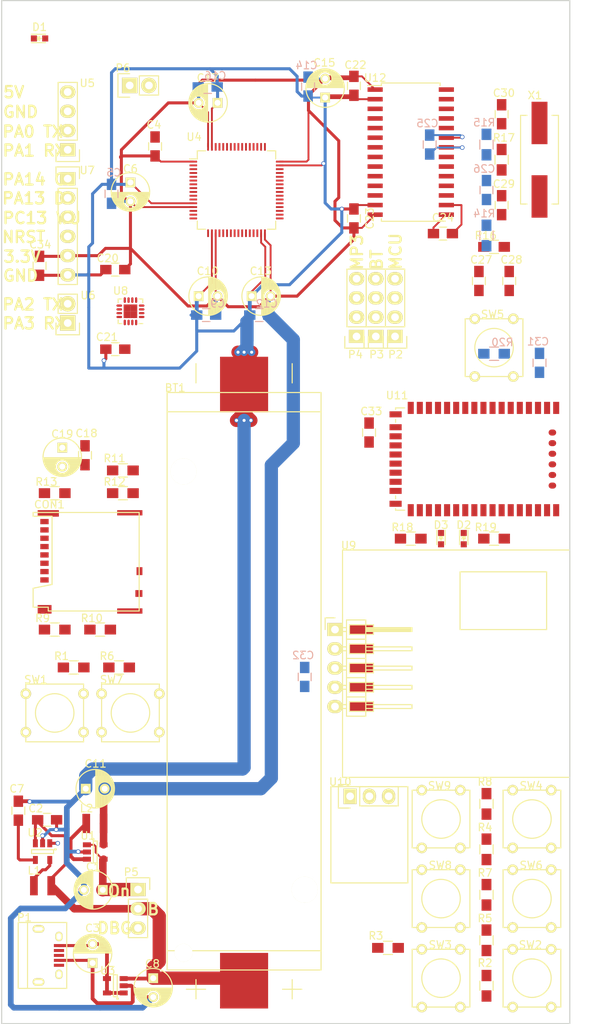
<source format=kicad_pcb>
(kicad_pcb (version 4) (host pcbnew 4.0.2-stable)
  (title_block (title "SenseWalk2: Minimalistic version") (rev 1) (company "University of Central Florida\\nSenior Design G23\\nBenoit Brummer\\n\\n\\n"))
  (layers (0 F.Cu signal) (31 B.Cu signal) (34 B.Paste user) (35 F.Paste user) (36 B.SilkS user) (37 F.SilkS user) (38 B.Mask user) (39 F.Mask user) (44 Edge.Cuts user))
  (net 0 "")
  (net 1 GND)
  (net 2 +BATT)
  (net 3 +5V)
  (net 4 +3V3)
  (net 5 PD2_SD-CMD)
  (net 6 PC10_SD-D2)
  (net 7 PC11_SD-D3)
  (net 8 PC12_SD-CK)
  (net 9 PC8_SD-D0)
  (net 10 PC9_SD-D1)
  (net 11 PA15_SD-DET)
  (net 12 "Net-(L2-Pad1)")
  (net 13 /in5)
  (net 14 /in6)
  (net 15 /in7)
  (net 16 /in8)
  (net 17 /in1)
  (net 18 /in2)
  (net 19 /in3)
  (net 20 /in4)
  (net 21 PC13_dbg)
  (net 22 NRST)
  (net 23 PC0_MP3-SCL)
  (net 24 PC1_MP3-SDA)
  (net 25 PC2_MAG-MISO)
  (net 26 PA0_las)
  (net 27 PA1_las)
  (net 28 PA2_UART)
  (net 29 PA3_UART)
  (net 30 PA4_BTpcm-Sync)
  (net 31 PA5_MP3-SCK)
  (net 32 PA6_BT-RTS)
  (net 33 PA7_MP3-SDI)
  (net 34 PC4_BT-RX)
  (net 35 PC5_BT-TX)
  (net 36 PB1_BT-CTS)
  (net 37 PB2_BT-GP2)
  (net 38 PB10_MAG-SPC)
  (net 39 "Net-(D1-Pad2)")
  (net 40 PB12_MAG-INT)
  (net 41 PB13_MAG-TRIG)
  (net 42 PB14_MP3-RST)
  (net 43 PB15_MAG-MOSI)
  (net 44 PC6_MP3-DR)
  (net 45 PA9_GPS-RX)
  (net 46 PA13_dbg)
  (net 47 PA14_dbg)
  (net 48 PB3_BTpcm-CLK)
  (net 49 PB5_BTpcm-IN)
  (net 50 PB7_GPS-TX)
  (net 51 PB9_MAG-CS)
  (net 52 "Net-(P4-Pad4)")
  (net 53 "Net-(P4-Pad1)")
  (net 54 "Net-(P4-Pad2)")
  (net 55 "Net-(C26-Pad1)")
  (net 56 "Net-(C28-Pad1)")
  (net 57 "Net-(C29-Pad1)")
  (net 58 "Net-(C27-Pad1)")
  (net 59 "Net-(D2-Pad2)")
  (net 60 "Net-(D2-Pad1)")
  (net 61 "Net-(D3-Pad2)")
  (net 62 "Net-(D3-Pad1)")
  (net 63 "Net-(P3-Pad1)")
  (net 64 "Net-(P3-Pad2)")
  (net 65 "Net-(P3-Pad3)")
  (net 66 "Net-(P3-Pad4)")
  (net 67 "Net-(L1-Pad2)")
  (net 68 "Net-(C3-Pad2)")
  (net 69 "Net-(C26-Pad2)")
  (net 70 "Net-(C30-Pad1)")
  (net 71 PB0_mic)
  (net 72 PB11_BT-GP9)
  (net 73 x-in-1)
  (net 74 x-in-2)
  (net 75 /3VEN)
  (net 76 /5VEN)
  (module Capacitors_ThroughHole:C_Radial_D5_L11_P2.5 (layer F.Cu) (at 50.35 157.35 180)
    (fp_text reference C1 (at 1.25 3.05 180) (layer F.SilkS))
    (fp_text value 10uF)
    (pad 1 thru_hole rect (at 0 0 180) (size 1.3 1.3) (drill 0.8) (layers *.Cu *.Mask F.SilkS) (net 75 /3VEN))
    (pad 2 thru_hole circle (at 2.5 0 180) (size 1.3 1.3) (drill 0.8) (layers *.Cu *.Mask F.SilkS) (net 1 GND))
  )
  (module con-trougnouf:MicroSD (layer F.Cu) (at 42.65 112.05 90)
    (fp_text reference CON1 (at 5.55 0.65 180) (layer F.SilkS))
    (fp_text value uSD_Card)
    (pad 6 smd rect (at -2.2 0 90) (size 0.7 1.1) (layers F.Cu F.Paste F.Mask) (net 1 GND))
    (pad 3 smd rect (at 1.1 0 90) (size 0.7 1.1) (layers F.Cu F.Paste F.Mask) (net 5 PD2_SD-CMD))
    (pad ~ smd rect (at 4.38 0.5 90) (size 0.86 2.8) (layers F.Cu F.Paste F.Mask))
    (pad 1 smd rect (at 3.3 0 90) (size 0.7 1.1) (layers F.Cu F.Paste F.Mask) (net 6 PC10_SD-D2))
    (pad 2 smd rect (at 2.2 0 90) (size 0.7 1.1) (layers F.Cu F.Paste F.Mask) (net 7 PC11_SD-D3))
    (pad 4 smd rect (at 0 0 90) (size 0.7 1.1) (layers F.Cu F.Paste F.Mask) (net 4 +3V3))
    (pad 5 smd rect (at -1.1 0 90) (size 0.7 1.1) (layers F.Cu F.Paste F.Mask) (net 8 PC12_SD-CK))
    (pad 7 smd rect (at -3.3 0 90) (size 0.7 1.1) (layers F.Cu F.Paste F.Mask) (net 9 PC8_SD-D0))
    (pad 8 smd rect (at -4.4 0 90) (size 0.7 1.1) (layers F.Cu F.Paste F.Mask) (net 10 PC9_SD-D1))
    (pad ~ smd rect (at -8.28 0.015 90) (size 1.14 1.83) (layers F.Cu F.Paste F.Mask))
    (pad ~ smd rect (at -8.5 11.265 90) (size 0.7 3.33) (layers F.Cu F.Paste F.Mask))
    (pad 6 smd rect (at -6.19 12.465 90) (size 0.9 0.93) (layers F.Cu F.Paste F.Mask) (net 1 GND))
    (pad 9 smd rect (at -3.24 12.54 90) (size 1.05 0.78) (layers F.Cu F.Paste F.Mask) (net 11 PA15_SD-DET))
    (pad ~ smd rect (at 4.46 11.265 90) (size 0.7 3.33) (layers F.Cu F.Paste F.Mask))
  )
  (module BT:RN-52 (layer F.Cu) (at 102 100.5 270)
    (fp_text reference U11 (at -8.4 12.8 360) (layer F.SilkS))
    (fp_text value RN-52)
    (pad 28 smd rect (at 6.75 11 270) (size 1.6 0.8) (layers F.Cu F.Paste F.Mask))
    (pad 27 smd rect (at 5.9 13 270) (size 0.8 1.6) (layers F.Cu F.Paste F.Mask) (net 1 GND))
    (pad 19 smd rect (at -4.2 13 270) (size 0.8 1.6) (layers F.Cu F.Paste F.Mask))
    (pad 1 smd rect (at -6.75 -8.2 270) (size 1.6 0.8) (layers F.Cu F.Paste F.Mask) (net 1 GND))
    (pad 2 smd rect (at -6.75 -7 270) (size 1.6 0.8) (layers F.Cu F.Paste F.Mask) (net 37 PB2_BT-GP2))
    (pad 3 smd rect (at -6.75 -5.8 270) (size 1.6 0.8) (layers F.Cu F.Paste F.Mask))
    (pad 4 smd rect (at -6.75 -4.6 270) (size 1.6 0.8) (layers F.Cu F.Paste F.Mask))
    (pad 5 smd rect (at -6.75 -3.4 270) (size 1.6 0.8) (layers F.Cu F.Paste F.Mask))
    (pad 6 smd rect (at -6.75 -2.2 270) (size 1.6 0.8) (layers F.Cu F.Paste F.Mask))
    (pad 7 smd rect (at -6.75 -1 270) (size 1.6 0.8) (layers F.Cu F.Paste F.Mask))
    (pad 8 smd rect (at -6.75 0.2 270) (size 1.6 0.8) (layers F.Cu F.Paste F.Mask))
    (pad 9 smd rect (at -6.75 1.4 270) (size 1.6 0.8) (layers F.Cu F.Paste F.Mask))
    (pad 10 smd rect (at -6.75 2.6 270) (size 1.6 0.8) (layers F.Cu F.Paste F.Mask))
    (pad 11 smd rect (at -6.75 3.8 270) (size 1.6 0.8) (layers F.Cu F.Paste F.Mask) (net 72 PB11_BT-GP9))
    (pad 12 smd rect (at -6.75 5 270) (size 1.6 0.8) (layers F.Cu F.Paste F.Mask))
    (pad 13 smd rect (at -6.75 6.2 270) (size 1.6 0.8) (layers F.Cu F.Paste F.Mask))
    (pad 14 smd rect (at -6.75 7.4 270) (size 1.6 0.8) (layers F.Cu F.Paste F.Mask) (net 32 PA6_BT-RTS))
    (pad 15 smd rect (at -6.75 8.6 270) (size 1.6 0.8) (layers F.Cu F.Paste F.Mask) (net 36 PB1_BT-CTS))
    (pad 16 smd rect (at -6.75 9.8 270) (size 1.6 0.8) (layers F.Cu F.Paste F.Mask) (net 35 PC5_BT-TX))
    (pad 17 smd rect (at -6.75 11 270) (size 1.6 0.8) (layers F.Cu F.Paste F.Mask) (net 34 PC4_BT-RX))
    (pad 18 smd rect (at -5.9 13 270) (size 0.8 1.6) (layers F.Cu F.Paste F.Mask) (net 1 GND))
    (pad 20 smd rect (at -3 13 270) (size 0.8 1.6) (layers F.Cu F.Paste F.Mask))
    (pad 21 smd rect (at -1.8 13 270) (size 0.8 1.6) (layers F.Cu F.Paste F.Mask) (net 4 +3V3))
    (pad 22 smd rect (at -0.6 13 270) (size 0.8 1.6) (layers F.Cu F.Paste F.Mask) (net 4 +3V3))
    (pad 23 smd rect (at 0.6 13 270) (size 0.8 1.6) (layers F.Cu F.Paste F.Mask) (net 66 "Net-(P3-Pad4)"))
    (pad 24 smd rect (at 1.8 13 270) (size 0.8 1.6) (layers F.Cu F.Paste F.Mask) (net 65 "Net-(P3-Pad3)"))
    (pad 25 smd rect (at 3 13 270) (size 0.8 1.6) (layers F.Cu F.Paste F.Mask) (net 64 "Net-(P3-Pad2)"))
    (pad 26 smd rect (at 4.2 13 270) (size 0.8 1.6) (layers F.Cu F.Paste F.Mask) (net 63 "Net-(P3-Pad1)"))
    (pad 29 smd rect (at 6.75 9.8 270) (size 1.6 0.8) (layers F.Cu F.Paste F.Mask))
    (pad 30 smd rect (at 6.75 8.6 270) (size 1.6 0.8) (layers F.Cu F.Paste F.Mask))
    (pad 31 smd rect (at 6.75 7.4 270) (size 1.6 0.8) (layers F.Cu F.Paste F.Mask))
    (pad 32 smd rect (at 6.75 6.2 270) (size 1.6 0.8) (layers F.Cu F.Paste F.Mask) (net 62 "Net-(D3-Pad1)"))
    (pad 33 smd rect (at 6.75 5 270) (size 1.6 0.8) (layers F.Cu F.Paste F.Mask) (net 60 "Net-(D2-Pad1)"))
    (pad 34 smd rect (at 6.75 3.8 270) (size 1.6 0.8) (layers F.Cu F.Paste F.Mask))
    (pad 35 smd rect (at 6.75 2.6 270) (size 1.6 0.8) (layers F.Cu F.Paste F.Mask))
    (pad 36 smd rect (at 6.75 1.4 270) (size 1.6 0.8) (layers F.Cu F.Paste F.Mask))
    (pad 37 smd rect (at 6.75 0.2 270) (size 1.6 0.8) (layers F.Cu F.Paste F.Mask))
    (pad 38 smd rect (at 6.75 -1 270) (size 1.6 0.8) (layers F.Cu F.Paste F.Mask))
    (pad 39 smd rect (at 6.75 -2.2 270) (size 1.6 0.8) (layers F.Cu F.Paste F.Mask) (net 1 GND))
    (pad 40 smd rect (at 6.75 -3.4 270) (size 1.6 0.8) (layers F.Cu F.Paste F.Mask))
    (pad 41 smd rect (at 6.75 -4.6 270) (size 1.6 0.8) (layers F.Cu F.Paste F.Mask))
    (pad 42 smd rect (at 6.75 -5.8 270) (size 1.6 0.8) (layers F.Cu F.Paste F.Mask))
    (pad 43 smd rect (at 6.75 -7 270) (size 1.6 0.8) (layers F.Cu F.Paste F.Mask))
    (pad 44 smd rect (at 6.75 -8.2 270) (size 1.6 0.8) (layers F.Cu F.Paste F.Mask) (net 1 GND))
    (pad 45 smd oval (at 3.5 -7.7 270) (size 0.8 1) (layers F.Cu F.Paste F.Mask) (net 1 GND))
    (pad 46 smd oval (at 2.1 -7.7 270) (size 0.8 1) (layers F.Cu F.Paste F.Mask) (net 1 GND))
    (pad 47 smd oval (at 0.7 -7.7 270) (size 0.8 1) (layers F.Cu F.Paste F.Mask) (net 1 GND))
    (pad 48 smd oval (at -0.7 -7.7 270) (size 0.8 1) (layers F.Cu F.Paste F.Mask) (net 1 GND))
    (pad 49 smd oval (at -2.1 -7.7 270) (size 0.8 1) (layers F.Cu F.Paste F.Mask) (net 1 GND))
    (pad 50 smd oval (at -3.5 -7.7 270) (size 0.8 1) (layers F.Cu F.Paste F.Mask) (net 1 GND))
  )
  (module con-trougnouf:18650BatteryHolder (layer F.Cu) (at 69 173 270)
    (fp_text reference BT1 (at -81.9 9.1 360) (layer F.SilkS))
    (fp_text value Battery)
    (pad "" np_thru_hole oval (at -70.87 8 270) (size 3.45 3.45) (drill 3.45) (layers *.Cu *.Mask F.SilkS))
    (pad 1 smd rect (at -3.67 0 270) (size 7.34 6.35) (layers F.Cu F.Paste F.Mask) (net 2 +BATT))
    (pad 2 smd rect (at -82.33 0 270) (size 7.34 6.35) (layers F.Cu F.Paste F.Mask) (net 1 GND))
    (pad "" np_thru_hole oval (at -7.34 8 270) (size 2.39 2.39) (drill 2.39) (layers *.Cu *.Mask F.SilkS))
    (pad "" np_thru_hole oval (at -15.67 -8 270) (size 3.45 3.45) (drill 3.45) (layers *.Cu *.Mask F.SilkS))
  )
  (module Capacitors_ThroughHole:C_Radial_D5_L11_P2.5 (layer F.Cu) (at 49 167 90)
    (fp_text reference C3 (at 4.6 0 180) (layer F.SilkS))
    (fp_text value 1uF)
    (pad 1 thru_hole rect (at 0 0 90) (size 1.3 1.3) (drill 0.8) (layers *.Cu *.Mask F.SilkS) (net 1 GND))
    (pad 2 thru_hole circle (at 2.5 0 90) (size 1.3 1.3) (drill 0.8) (layers *.Cu *.Mask F.SilkS) (net 68 "Net-(C3-Pad2)"))
  )
  (module Capacitors_SMD:C_0805_HandSoldering (layer F.Cu) (at 57.25 59.25 270)
    (fp_text reference C4 (at -2.85 0.15 360) (layer F.SilkS))
    (fp_text value 0.1uF)
    (pad 1 smd rect (at -1.25 0 270) (size 1.5 1.25) (layers F.Cu F.Paste F.Mask) (net 1 GND))
    (pad 2 smd rect (at 1.25 0 270) (size 1.5 1.25) (layers F.Cu F.Paste F.Mask) (net 4 +3V3))
  )
  (module Capacitors_ThroughHole:C_Radial_D5_L11_P2.5 (layer F.Cu) (at 54 64 270)
    (fp_text reference C6 (at -1.8 0 360) (layer F.SilkS))
    (fp_text value 4.7uF)
    (pad 1 thru_hole rect (at 0 0 270) (size 1.3 1.3) (drill 0.8) (layers *.Cu *.Mask F.SilkS) (net 1 GND))
    (pad 2 thru_hole circle (at 2.5 0 270) (size 1.3 1.3) (drill 0.8) (layers *.Cu *.Mask F.SilkS) (net 4 +3V3))
  )
  (module Capacitors_SMD:C_0805_HandSoldering (layer F.Cu) (at 39.2 146.9 90)
    (fp_text reference C7 (at 2.9 -0.2 180) (layer F.SilkS))
    (fp_text value 10uF)
    (pad 1 smd rect (at -1.25 0 90) (size 1.5 1.25) (layers F.Cu F.Paste F.Mask) (net 3 +5V))
    (pad 2 smd rect (at 1.25 0 90) (size 1.5 1.25) (layers F.Cu F.Paste F.Mask) (net 1 GND))
  )
  (module Capacitors_ThroughHole:C_Radial_D5_L11_P2.5 (layer F.Cu) (at 57 169 270)
    (fp_text reference C8 (at -1.9 0.1 360) (layer F.SilkS))
    (fp_text value 1uF)
    (pad 1 thru_hole rect (at 0 0 270) (size 1.3 1.3) (drill 0.8) (layers *.Cu *.Mask F.SilkS) (net 2 +BATT))
    (pad 2 thru_hole circle (at 2.5 0 270) (size 1.3 1.3) (drill 0.8) (layers *.Cu *.Mask F.SilkS) (net 1 GND))
  )
  (module Capacitors_ThroughHole:C_Radial_D5_L11_P2.5 (layer F.Cu) (at 63 79)
    (fp_text reference C10 (at 1.2 -3.3) (layer F.SilkS))
    (fp_text value 4.7uF)
    (pad 1 thru_hole rect (at 0 0) (size 1.3 1.3) (drill 0.8) (layers *.Cu *.Mask F.SilkS) (net 1 GND))
    (pad 2 thru_hole circle (at 2.5 0) (size 1.3 1.3) (drill 0.8) (layers *.Cu *.Mask F.SilkS) (net 4 +3V3))
  )
  (module Capacitors_ThroughHole:C_Radial_D5_L11_P2.5 (layer F.Cu) (at 65.5 53.5 180)
    (fp_text reference C17 (at 1.3 3.3 180) (layer F.SilkS))
    (fp_text value 4.7uF)
    (pad 1 thru_hole rect (at 0 0 180) (size 1.3 1.3) (drill 0.8) (layers *.Cu *.Mask F.SilkS) (net 1 GND))
    (pad 2 thru_hole circle (at 2.5 0 180) (size 1.3 1.3) (drill 0.8) (layers *.Cu *.Mask F.SilkS) (net 4 +3V3))
  )
  (module Inductors_NEOSID:Neosid_Inductor_SM-NE29_SMD1008 (layer F.Cu) (at 42.4 156.8 180)
    (fp_text reference L1 (at 1.1 2 180) (layer F.SilkS))
    (fp_text value 4.7uH)
    (pad 2 smd rect (at 1.14554 0 180) (size 1.02108 2.54) (layers F.Cu F.Paste F.Mask) (net 67 "Net-(L1-Pad2)"))
    (pad 1 smd rect (at -1.14554 0 180) (size 1.02108 2.54) (layers F.Cu F.Paste F.Mask) (net 2 +BATT))
  )
  (module Inductors_NEOSID:Neosid_Inductor_SM-NE29_SMD1008 (layer F.Cu) (at 49.31 148.58)
    (fp_text reference L2 (at -1.11 -1.98 180) (layer F.SilkS))
    (fp_text value 4.7uH)
    (pad 2 smd rect (at 1.14554 0) (size 1.02108 2.54) (layers F.Cu F.Paste F.Mask) (net 4 +3V3))
    (pad 1 smd rect (at -1.14554 0) (size 1.02108 2.54) (layers F.Cu F.Paste F.Mask) (net 12 "Net-(L2-Pad1)"))
  )
  (module Connect:USB_Micro-B (layer F.Cu) (at 43 166 270)
    (fp_text reference P1 (at -5 3 360) (layer F.SilkS))
    (fp_text value USB_B)
    (pad 1 smd rect (at -1.3009 -1.56254) (size 1.35 0.4) (layers F.Cu F.Paste F.Mask) (net 68 "Net-(C3-Pad2)"))
    (pad 2 smd rect (at -0.6509 -1.56254) (size 1.35 0.4) (layers F.Cu F.Paste F.Mask))
    (pad 3 smd rect (at -0.0009 -1.56254) (size 1.35 0.4) (layers F.Cu F.Paste F.Mask))
    (pad 4 smd rect (at 0.6491 -1.56254) (size 1.35 0.4) (layers F.Cu F.Paste F.Mask) (net 1 GND))
    (pad 5 smd rect (at 1.2991 -1.56254) (size 1.35 0.4) (layers F.Cu F.Paste F.Mask))
    (pad 6 thru_hole oval (at -2.5009 -1.56254) (size 0.95 1.25) (drill oval 0.55 0.85) (layers *.Cu *.Mask F.SilkS))
    (pad 6 thru_hole oval (at 2.4991 -1.56254) (size 0.95 1.25) (drill oval 0.55 0.85) (layers *.Cu *.Mask F.SilkS))
    (pad 6 thru_hole oval (at -3.5009 1.13746) (size 1.55 1) (drill oval 1.15 0.5) (layers *.Cu *.Mask F.SilkS))
    (pad 6 thru_hole oval (at 3.4991 1.13746) (size 1.55 1) (drill oval 1.15 0.5) (layers *.Cu *.Mask F.SilkS))
  )
  (module Buttons_Switches_ThroughHole:SW_PUSH_SMALL (layer F.Cu) (at 44 134)
    (fp_text reference SW1 (at -2.5 -4.4) (layer F.SilkS))
    (fp_text value SW_PUSH)
    (pad 1 thru_hole circle (at 3.81 -2.54) (size 1.397 1.397) (drill 0.8128) (layers *.Cu *.Mask F.SilkS) (net 13 /in5))
    (pad 2 thru_hole circle (at 3.81 2.54) (size 1.397 1.397) (drill 0.8128) (layers *.Cu *.Mask F.SilkS) (net 4 +3V3))
    (pad 1 thru_hole circle (at -3.81 -2.54) (size 1.397 1.397) (drill 0.8128) (layers *.Cu *.Mask F.SilkS) (net 13 /in5))
    (pad 2 thru_hole circle (at -3.81 2.54) (size 1.397 1.397) (drill 0.8128) (layers *.Cu *.Mask F.SilkS) (net 4 +3V3))
  )
  (module Buttons_Switches_ThroughHole:SW_PUSH_SMALL (layer F.Cu) (at 107 169 270)
    (fp_text reference SW2 (at -4.4 0.2 360) (layer F.SilkS))
    (fp_text value SW_PUSH)
    (pad 1 thru_hole circle (at 3.81 -2.54 270) (size 1.397 1.397) (drill 0.8128) (layers *.Cu *.Mask F.SilkS) (net 14 /in6))
    (pad 2 thru_hole circle (at 3.81 2.54 270) (size 1.397 1.397) (drill 0.8128) (layers *.Cu *.Mask F.SilkS) (net 4 +3V3))
    (pad 1 thru_hole circle (at -3.81 -2.54 270) (size 1.397 1.397) (drill 0.8128) (layers *.Cu *.Mask F.SilkS) (net 14 /in6))
    (pad 2 thru_hole circle (at -3.81 2.54 270) (size 1.397 1.397) (drill 0.8128) (layers *.Cu *.Mask F.SilkS) (net 4 +3V3))
  )
  (module Buttons_Switches_ThroughHole:SW_PUSH_SMALL (layer F.Cu) (at 95 169 90)
    (fp_text reference SW3 (at 4.4 -0.1 180) (layer F.SilkS))
    (fp_text value SW_PUSH)
    (pad 1 thru_hole circle (at 3.81 -2.54 90) (size 1.397 1.397) (drill 0.8128) (layers *.Cu *.Mask F.SilkS) (net 15 /in7))
    (pad 2 thru_hole circle (at 3.81 2.54 90) (size 1.397 1.397) (drill 0.8128) (layers *.Cu *.Mask F.SilkS) (net 4 +3V3))
    (pad 1 thru_hole circle (at -3.81 -2.54 90) (size 1.397 1.397) (drill 0.8128) (layers *.Cu *.Mask F.SilkS) (net 15 /in7))
    (pad 2 thru_hole circle (at -3.81 2.54 90) (size 1.397 1.397) (drill 0.8128) (layers *.Cu *.Mask F.SilkS) (net 4 +3V3))
  )
  (module Buttons_Switches_ThroughHole:SW_PUSH_SMALL (layer F.Cu) (at 107 148 270)
    (fp_text reference SW4 (at -4.4 0.1 360) (layer F.SilkS))
    (fp_text value SW_PUSH)
    (pad 1 thru_hole circle (at 3.81 -2.54 270) (size 1.397 1.397) (drill 0.8128) (layers *.Cu *.Mask F.SilkS) (net 16 /in8))
    (pad 2 thru_hole circle (at 3.81 2.54 270) (size 1.397 1.397) (drill 0.8128) (layers *.Cu *.Mask F.SilkS) (net 4 +3V3))
    (pad 1 thru_hole circle (at -3.81 -2.54 270) (size 1.397 1.397) (drill 0.8128) (layers *.Cu *.Mask F.SilkS) (net 16 /in8))
    (pad 2 thru_hole circle (at -3.81 2.54 270) (size 1.397 1.397) (drill 0.8128) (layers *.Cu *.Mask F.SilkS) (net 4 +3V3))
  )
  (module Buttons_Switches_ThroughHole:SW_PUSH_SMALL (layer F.Cu) (at 107 158.5 270)
    (fp_text reference SW6 (at -4.4 0.1 360) (layer F.SilkS))
    (fp_text value SW_PUSH)
    (pad 1 thru_hole circle (at 3.81 -2.54 270) (size 1.397 1.397) (drill 0.8128) (layers *.Cu *.Mask F.SilkS) (net 17 /in1))
    (pad 2 thru_hole circle (at 3.81 2.54 270) (size 1.397 1.397) (drill 0.8128) (layers *.Cu *.Mask F.SilkS) (net 4 +3V3))
    (pad 1 thru_hole circle (at -3.81 -2.54 270) (size 1.397 1.397) (drill 0.8128) (layers *.Cu *.Mask F.SilkS) (net 17 /in1))
    (pad 2 thru_hole circle (at -3.81 2.54 270) (size 1.397 1.397) (drill 0.8128) (layers *.Cu *.Mask F.SilkS) (net 4 +3V3))
  )
  (module Buttons_Switches_ThroughHole:SW_PUSH_SMALL (layer F.Cu) (at 54 134)
    (fp_text reference SW7 (at -2.5 -4.4) (layer F.SilkS))
    (fp_text value SW_PUSH)
    (pad 1 thru_hole circle (at 3.81 -2.54) (size 1.397 1.397) (drill 0.8128) (layers *.Cu *.Mask F.SilkS) (net 18 /in2))
    (pad 2 thru_hole circle (at 3.81 2.54) (size 1.397 1.397) (drill 0.8128) (layers *.Cu *.Mask F.SilkS) (net 4 +3V3))
    (pad 1 thru_hole circle (at -3.81 -2.54) (size 1.397 1.397) (drill 0.8128) (layers *.Cu *.Mask F.SilkS) (net 18 /in2))
    (pad 2 thru_hole circle (at -3.81 2.54) (size 1.397 1.397) (drill 0.8128) (layers *.Cu *.Mask F.SilkS) (net 4 +3V3))
  )
  (module Buttons_Switches_ThroughHole:SW_PUSH_SMALL (layer F.Cu) (at 95 158.5 90)
    (fp_text reference SW8 (at 4.4 -0.1 180) (layer F.SilkS))
    (fp_text value SW_PUSH)
    (pad 1 thru_hole circle (at 3.81 -2.54 90) (size 1.397 1.397) (drill 0.8128) (layers *.Cu *.Mask F.SilkS) (net 19 /in3))
    (pad 2 thru_hole circle (at 3.81 2.54 90) (size 1.397 1.397) (drill 0.8128) (layers *.Cu *.Mask F.SilkS) (net 4 +3V3))
    (pad 1 thru_hole circle (at -3.81 -2.54 90) (size 1.397 1.397) (drill 0.8128) (layers *.Cu *.Mask F.SilkS) (net 19 /in3))
    (pad 2 thru_hole circle (at -3.81 2.54 90) (size 1.397 1.397) (drill 0.8128) (layers *.Cu *.Mask F.SilkS) (net 4 +3V3))
  )
  (module Buttons_Switches_ThroughHole:SW_PUSH_SMALL (layer F.Cu) (at 95 148 90)
    (fp_text reference SW9 (at 4.4 -0.2 180) (layer F.SilkS))
    (fp_text value SW_PUSH)
    (pad 1 thru_hole circle (at 3.81 -2.54 90) (size 1.397 1.397) (drill 0.8128) (layers *.Cu *.Mask F.SilkS) (net 20 /in4))
    (pad 2 thru_hole circle (at 3.81 2.54 90) (size 1.397 1.397) (drill 0.8128) (layers *.Cu *.Mask F.SilkS) (net 4 +3V3))
    (pad 1 thru_hole circle (at -3.81 -2.54 90) (size 1.397 1.397) (drill 0.8128) (layers *.Cu *.Mask F.SilkS) (net 20 /in4))
    (pad 2 thru_hole circle (at -3.81 2.54 90) (size 1.397 1.397) (drill 0.8128) (layers *.Cu *.Mask F.SilkS) (net 4 +3V3))
  )
  (module TO_SOT_Packages_SMD:SOT-23-5 (layer F.Cu) (at 42.4 152.3 270)
    (fp_text reference U2 (at -2.5 1 360) (layer F.SilkS))
    (fp_text value XC9140)
    (pad 1 smd rect (at -1.1 -0.95 270) (size 1.06 0.65) (layers F.Cu F.Paste F.Mask) (net 76 /5VEN))
    (pad 2 smd rect (at -1.1 0 270) (size 1.06 0.65) (layers F.Cu F.Paste F.Mask) (net 1 GND))
    (pad 3 smd rect (at -1.1 0.95 270) (size 1.06 0.65) (layers F.Cu F.Paste F.Mask) (net 2 +BATT))
    (pad 4 smd rect (at 1.1 0.95 270) (size 1.06 0.65) (layers F.Cu F.Paste F.Mask) (net 3 +5V))
    (pad 5 smd rect (at 1.1 -0.95 270) (size 1.06 0.65) (layers F.Cu F.Paste F.Mask) (net 67 "Net-(L1-Pad2)"))
  )
  (module TO_SOT_Packages_SMD:SOT-23-5 (layer F.Cu) (at 52 170 180)
    (fp_text reference U3 (at 1 2 180) (layer F.SilkS))
    (fp_text value MCP73811/2)
    (pad 1 smd rect (at -1.1 -0.95 180) (size 1.06 0.65) (layers F.Cu F.Paste F.Mask) (net 68 "Net-(C3-Pad2)"))
    (pad 2 smd rect (at -1.1 0 180) (size 1.06 0.65) (layers F.Cu F.Paste F.Mask) (net 1 GND))
    (pad 3 smd rect (at -1.1 0.95 180) (size 1.06 0.65) (layers F.Cu F.Paste F.Mask) (net 2 +BATT))
    (pad 4 smd rect (at 1.1 0.95 180) (size 1.06 0.65) (layers F.Cu F.Paste F.Mask) (net 68 "Net-(C3-Pad2)"))
    (pad 5 smd rect (at 1.1 -0.95 180) (size 1.06 0.65) (layers F.Cu F.Paste F.Mask) (net 68 "Net-(C3-Pad2)"))
  )
  (module Housings_QFP:LQFP-64_10x10mm_Pitch0.5mm (layer F.Cu) (at 68 65)
    (fp_text reference U4 (at -5.6 -7) (layer F.SilkS))
    (fp_text value STM32L476R)
    (pad 1 smd rect (at -5.7 -3.75) (size 1 0.25) (layers F.Cu F.Paste F.Mask) (net 4 +3V3))
    (pad 2 smd rect (at -5.7 -3.25) (size 1 0.25) (layers F.Cu F.Paste F.Mask) (net 21 PC13_dbg))
    (pad 3 smd rect (at -5.7 -2.75) (size 1 0.25) (layers F.Cu F.Paste F.Mask) (net 13 /in5))
    (pad 4 smd rect (at -5.7 -2.25) (size 1 0.25) (layers F.Cu F.Paste F.Mask) (net 14 /in6))
    (pad 5 smd rect (at -5.7 -1.75) (size 1 0.25) (layers F.Cu F.Paste F.Mask) (net 15 /in7))
    (pad 6 smd rect (at -5.7 -1.25) (size 1 0.25) (layers F.Cu F.Paste F.Mask) (net 16 /in8))
    (pad 7 smd rect (at -5.7 -0.75) (size 1 0.25) (layers F.Cu F.Paste F.Mask) (net 22 NRST))
    (pad 8 smd rect (at -5.7 -0.25) (size 1 0.25) (layers F.Cu F.Paste F.Mask) (net 23 PC0_MP3-SCL))
    (pad 9 smd rect (at -5.7 0.25) (size 1 0.25) (layers F.Cu F.Paste F.Mask) (net 24 PC1_MP3-SDA))
    (pad 10 smd rect (at -5.7 0.75) (size 1 0.25) (layers F.Cu F.Paste F.Mask) (net 25 PC2_MAG-MISO))
    (pad 11 smd rect (at -5.7 1.25) (size 1 0.25) (layers F.Cu F.Paste F.Mask))
    (pad 12 smd rect (at -5.7 1.75) (size 1 0.25) (layers F.Cu F.Paste F.Mask) (net 1 GND))
    (pad 13 smd rect (at -5.7 2.25) (size 1 0.25) (layers F.Cu F.Paste F.Mask) (net 4 +3V3))
    (pad 14 smd rect (at -5.7 2.75) (size 1 0.25) (layers F.Cu F.Paste F.Mask) (net 26 PA0_las))
    (pad 15 smd rect (at -5.7 3.25) (size 1 0.25) (layers F.Cu F.Paste F.Mask) (net 27 PA1_las))
    (pad 16 smd rect (at -5.7 3.75) (size 1 0.25) (layers F.Cu F.Paste F.Mask) (net 28 PA2_UART))
    (pad 17 smd rect (at -3.75 5.7 90) (size 1 0.25) (layers F.Cu F.Paste F.Mask) (net 29 PA3_UART))
    (pad 18 smd rect (at -3.25 5.7 90) (size 1 0.25) (layers F.Cu F.Paste F.Mask) (net 1 GND))
    (pad 19 smd rect (at -2.75 5.7 90) (size 1 0.25) (layers F.Cu F.Paste F.Mask) (net 4 +3V3))
    (pad 20 smd rect (at -2.25 5.7 90) (size 1 0.25) (layers F.Cu F.Paste F.Mask) (net 30 PA4_BTpcm-Sync))
    (pad 21 smd rect (at -1.75 5.7 90) (size 1 0.25) (layers F.Cu F.Paste F.Mask) (net 31 PA5_MP3-SCK))
    (pad 22 smd rect (at -1.25 5.7 90) (size 1 0.25) (layers F.Cu F.Paste F.Mask) (net 32 PA6_BT-RTS))
    (pad 23 smd rect (at -0.75 5.7 90) (size 1 0.25) (layers F.Cu F.Paste F.Mask) (net 33 PA7_MP3-SDI))
    (pad 24 smd rect (at -0.25 5.7 90) (size 1 0.25) (layers F.Cu F.Paste F.Mask) (net 34 PC4_BT-RX))
    (pad 25 smd rect (at 0.25 5.7 90) (size 1 0.25) (layers F.Cu F.Paste F.Mask) (net 35 PC5_BT-TX))
    (pad 26 smd rect (at 0.75 5.7 90) (size 1 0.25) (layers F.Cu F.Paste F.Mask) (net 71 PB0_mic))
    (pad 27 smd rect (at 1.25 5.7 90) (size 1 0.25) (layers F.Cu F.Paste F.Mask) (net 36 PB1_BT-CTS))
    (pad 28 smd rect (at 1.75 5.7 90) (size 1 0.25) (layers F.Cu F.Paste F.Mask) (net 37 PB2_BT-GP2))
    (pad 29 smd rect (at 2.25 5.7 90) (size 1 0.25) (layers F.Cu F.Paste F.Mask) (net 38 PB10_MAG-SPC))
    (pad 30 smd rect (at 2.75 5.7 90) (size 1 0.25) (layers F.Cu F.Paste F.Mask) (net 72 PB11_BT-GP9))
    (pad 31 smd rect (at 3.25 5.7 90) (size 1 0.25) (layers F.Cu F.Paste F.Mask) (net 1 GND))
    (pad 32 smd rect (at 3.75 5.7 90) (size 1 0.25) (layers F.Cu F.Paste F.Mask) (net 4 +3V3))
    (pad 33 smd rect (at 5.7 3.75) (size 1 0.25) (layers F.Cu F.Paste F.Mask) (net 40 PB12_MAG-INT))
    (pad 34 smd rect (at 5.7 3.25) (size 1 0.25) (layers F.Cu F.Paste F.Mask) (net 41 PB13_MAG-TRIG))
    (pad 35 smd rect (at 5.7 2.75) (size 1 0.25) (layers F.Cu F.Paste F.Mask) (net 42 PB14_MP3-RST))
    (pad 36 smd rect (at 5.7 2.25) (size 1 0.25) (layers F.Cu F.Paste F.Mask) (net 43 PB15_MAG-MOSI))
    (pad 37 smd rect (at 5.7 1.75) (size 1 0.25) (layers F.Cu F.Paste F.Mask) (net 44 PC6_MP3-DR))
    (pad 38 smd rect (at 5.7 1.25) (size 1 0.25) (layers F.Cu F.Paste F.Mask) (net 76 /5VEN))
    (pad 39 smd rect (at 5.7 0.75) (size 1 0.25) (layers F.Cu F.Paste F.Mask) (net 9 PC8_SD-D0))
    (pad 40 smd rect (at 5.7 0.25) (size 1 0.25) (layers F.Cu F.Paste F.Mask) (net 10 PC9_SD-D1))
    (pad 41 smd rect (at 5.7 -0.25) (size 1 0.25) (layers F.Cu F.Paste F.Mask) (net 17 /in1))
    (pad 42 smd rect (at 5.7 -0.75) (size 1 0.25) (layers F.Cu F.Paste F.Mask) (net 45 PA9_GPS-RX))
    (pad 43 smd rect (at 5.7 -1.25) (size 1 0.25) (layers F.Cu F.Paste F.Mask) (net 18 /in2))
    (pad 44 smd rect (at 5.7 -1.75) (size 1 0.25) (layers F.Cu F.Paste F.Mask) (net 19 /in3))
    (pad 45 smd rect (at 5.7 -2.25) (size 1 0.25) (layers F.Cu F.Paste F.Mask) (net 20 /in4))
    (pad 46 smd rect (at 5.7 -2.75) (size 1 0.25) (layers F.Cu F.Paste F.Mask) (net 46 PA13_dbg))
    (pad 47 smd rect (at 5.7 -3.25) (size 1 0.25) (layers F.Cu F.Paste F.Mask) (net 1 GND))
    (pad 48 smd rect (at 5.7 -3.75) (size 1 0.25) (layers F.Cu F.Paste F.Mask) (net 4 +3V3))
    (pad 49 smd rect (at 3.75 -5.7 90) (size 1 0.25) (layers F.Cu F.Paste F.Mask) (net 47 PA14_dbg))
    (pad 50 smd rect (at 3.25 -5.7 90) (size 1 0.25) (layers F.Cu F.Paste F.Mask) (net 11 PA15_SD-DET))
    (pad 51 smd rect (at 2.75 -5.7 90) (size 1 0.25) (layers F.Cu F.Paste F.Mask) (net 6 PC10_SD-D2))
    (pad 52 smd rect (at 2.25 -5.7 90) (size 1 0.25) (layers F.Cu F.Paste F.Mask) (net 7 PC11_SD-D3))
    (pad 53 smd rect (at 1.75 -5.7 90) (size 1 0.25) (layers F.Cu F.Paste F.Mask) (net 8 PC12_SD-CK))
    (pad 54 smd rect (at 1.25 -5.7 90) (size 1 0.25) (layers F.Cu F.Paste F.Mask) (net 5 PD2_SD-CMD))
    (pad 55 smd rect (at 0.75 -5.7 90) (size 1 0.25) (layers F.Cu F.Paste F.Mask) (net 48 PB3_BTpcm-CLK))
    (pad 56 smd rect (at 0.25 -5.7 90) (size 1 0.25) (layers F.Cu F.Paste F.Mask) (net 73 x-in-1))
    (pad 57 smd rect (at -0.25 -5.7 90) (size 1 0.25) (layers F.Cu F.Paste F.Mask) (net 49 PB5_BTpcm-IN))
    (pad 58 smd rect (at -0.75 -5.7 90) (size 1 0.25) (layers F.Cu F.Paste F.Mask) (net 74 x-in-2))
    (pad 59 smd rect (at -1.25 -5.7 90) (size 1 0.25) (layers F.Cu F.Paste F.Mask) (net 50 PB7_GPS-TX))
    (pad 60 smd rect (at -1.75 -5.7 90) (size 1 0.25) (layers F.Cu F.Paste F.Mask))
    (pad 61 smd rect (at -2.25 -5.7 90) (size 1 0.25) (layers F.Cu F.Paste F.Mask) (net 39 "Net-(D1-Pad2)"))
    (pad 62 smd rect (at -2.75 -5.7 90) (size 1 0.25) (layers F.Cu F.Paste F.Mask) (net 51 PB9_MAG-CS))
    (pad 63 smd rect (at -3.25 -5.7 90) (size 1 0.25) (layers F.Cu F.Paste F.Mask) (net 1 GND))
    (pad 64 smd rect (at -3.75 -5.7 90) (size 1 0.25) (layers F.Cu F.Paste F.Mask) (net 4 +3V3))
  )
  (module con-trougnouf:Socket_Strip_Straight_1x04_3467 (layer F.Cu) (at 45.72 59.69 90)
    (fp_text reference U5 (at 8.79 2.58 180) (layer F.SilkS))
    (fp_text value Lightware_SF10/A)
    (pad 3 thru_hole rect (at 0 0 90) (size 1.7272 2.032) (drill 1.016) (layers *.Cu *.Mask F.SilkS) (net 27 PA1_las))
    (pad 4 thru_hole oval (at 2.54 0 90) (size 1.7272 2.032) (drill 1.016) (layers *.Cu *.Mask F.SilkS) (net 26 PA0_las))
    (pad 6 thru_hole oval (at 5.08 0 90) (size 1.7272 2.032) (drill 1.016) (layers *.Cu *.Mask F.SilkS) (net 1 GND))
    (pad 7 thru_hole oval (at 7.62 0 90) (size 1.7272 2.032) (drill 1.016) (layers *.Cu *.Mask F.SilkS) (net 3 +5V))
  )
  (module Housings_DFN_QFN:QFN-16-1EP_3x3mm_Pitch0.5mm (layer F.Cu) (at 54 81 180)
    (fp_text reference U8 (at 1.3 2.7 360) (layer F.SilkS))
    (fp_text value MLX90393)
    (pad 1 smd oval (at -1.475 -0.75 180) (size 0.75 0.3) (layers F.Cu F.Paste F.Mask) (net 40 PB12_MAG-INT))
    (pad 2 smd oval (at -1.475 -0.25 180) (size 0.75 0.3) (layers F.Cu F.Paste F.Mask) (net 51 PB9_MAG-CS))
    (pad 3 smd oval (at -1.475 0.25 180) (size 0.75 0.3) (layers F.Cu F.Paste F.Mask) (net 38 PB10_MAG-SPC))
    (pad 4 smd oval (at -1.475 0.75 180) (size 0.75 0.3) (layers F.Cu F.Paste F.Mask))
    (pad 5 smd oval (at -0.75 1.475 270) (size 0.75 0.3) (layers F.Cu F.Paste F.Mask) (net 43 PB15_MAG-MOSI))
    (pad 6 smd oval (at -0.25 1.475 270) (size 0.75 0.3) (layers F.Cu F.Paste F.Mask) (net 25 PC2_MAG-MISO))
    (pad 7 smd oval (at 0.25 1.475 270) (size 0.75 0.3) (layers F.Cu F.Paste F.Mask) (net 41 PB13_MAG-TRIG))
    (pad 8 smd oval (at 0.75 1.475 270) (size 0.75 0.3) (layers F.Cu F.Paste F.Mask) (net 4 +3V3))
    (pad 9 smd oval (at 1.475 0.75 180) (size 0.75 0.3) (layers F.Cu F.Paste F.Mask))
    (pad 10 smd oval (at 1.475 0.25 180) (size 0.75 0.3) (layers F.Cu F.Paste F.Mask))
    (pad 11 smd oval (at 1.475 -0.25 180) (size 0.75 0.3) (layers F.Cu F.Paste F.Mask) (net 1 GND))
    (pad 12 smd oval (at 1.475 -0.75 180) (size 0.75 0.3) (layers F.Cu F.Paste F.Mask) (net 1 GND))
    (pad 13 smd oval (at 0.75 -1.475 270) (size 0.75 0.3) (layers F.Cu F.Paste F.Mask) (net 1 GND))
    (pad 14 smd oval (at 0.25 -1.475 270) (size 0.75 0.3) (layers F.Cu F.Paste F.Mask))
    (pad 15 smd oval (at -0.25 -1.475 270) (size 0.75 0.3) (layers F.Cu F.Paste F.Mask) (net 4 +3V3))
    (pad 16 smd oval (at -0.75 -1.475 270) (size 0.75 0.3) (layers F.Cu F.Paste F.Mask))
    (pad 17 smd rect (at 0.45 0.45 180) (size 0.9 0.9) (layers F.Cu F.Paste F.Mask))
    (pad 17 smd rect (at 0.45 -0.45 180) (size 0.9 0.9) (layers F.Cu F.Paste F.Mask))
    (pad 17 smd rect (at -0.45 0.45 180) (size 0.9 0.9) (layers F.Cu F.Paste F.Mask))
    (pad 17 smd rect (at -0.45 -0.45 180) (size 0.9 0.9) (layers F.Cu F.Paste F.Mask))
  )
  (module Housings_SOIC:SOIC-28_7.5x17.9mm_Pitch1.27mm (layer F.Cu) (at 91 60)
    (fp_text reference U12 (at -4.7 -9.8) (layer F.SilkS))
    (fp_text value STA013)
    (pad 1 smd rect (at -4.7 -8.255) (size 2 0.6) (layers F.Cu F.Paste F.Mask) (net 4 +3V3))
    (pad 2 smd rect (at -4.7 -6.985) (size 2 0.6) (layers F.Cu F.Paste F.Mask) (net 1 GND))
    (pad 3 smd rect (at -4.7 -5.715) (size 2 0.6) (layers F.Cu F.Paste F.Mask) (net 24 PC1_MP3-SDA))
    (pad 4 smd rect (at -4.7 -4.445) (size 2 0.6) (layers F.Cu F.Paste F.Mask) (net 23 PC0_MP3-SCL))
    (pad 5 smd rect (at -4.7 -3.175) (size 2 0.6) (layers F.Cu F.Paste F.Mask) (net 33 PA7_MP3-SDI))
    (pad 6 smd rect (at -4.7 -1.905) (size 2 0.6) (layers F.Cu F.Paste F.Mask) (net 31 PA5_MP3-SCK))
    (pad 7 smd rect (at -4.7 -0.635) (size 2 0.6) (layers F.Cu F.Paste F.Mask) (net 4 +3V3))
    (pad 8 smd rect (at -4.7 0.635) (size 2 0.6) (layers F.Cu F.Paste F.Mask) (net 4 +3V3))
    (pad 9 smd rect (at -4.7 1.905) (size 2 0.6) (layers F.Cu F.Paste F.Mask) (net 52 "Net-(P4-Pad4)"))
    (pad 10 smd rect (at -4.7 3.175) (size 2 0.6) (layers F.Cu F.Paste F.Mask) (net 53 "Net-(P4-Pad1)"))
    (pad 11 smd rect (at -4.7 4.445) (size 2 0.6) (layers F.Cu F.Paste F.Mask) (net 54 "Net-(P4-Pad2)"))
    (pad 12 smd rect (at -4.7 5.715) (size 2 0.6) (layers F.Cu F.Paste F.Mask))
    (pad 13 smd rect (at -4.7 6.985) (size 2 0.6) (layers F.Cu F.Paste F.Mask) (net 1 GND))
    (pad 14 smd rect (at -4.7 8.255) (size 2 0.6) (layers F.Cu F.Paste F.Mask) (net 4 +3V3))
    (pad 15 smd rect (at 4.7 8.255) (size 2 0.6) (layers F.Cu F.Paste F.Mask) (net 1 GND))
    (pad 16 smd rect (at 4.7 6.985) (size 2 0.6) (layers F.Cu F.Paste F.Mask) (net 4 +3V3))
    (pad 17 smd rect (at 4.7 5.715) (size 2 0.6) (layers F.Cu F.Paste F.Mask) (net 69 "Net-(C26-Pad2)"))
    (pad 18 smd rect (at 4.7 4.445) (size 2 0.6) (layers F.Cu F.Paste F.Mask) (net 55 "Net-(C26-Pad1)"))
    (pad 19 smd rect (at 4.7 3.175) (size 2 0.6) (layers F.Cu F.Paste F.Mask) (net 58 "Net-(C27-Pad1)"))
    (pad 20 smd rect (at 4.7 1.905) (size 2 0.6) (layers F.Cu F.Paste F.Mask) (net 57 "Net-(C29-Pad1)"))
    (pad 21 smd rect (at 4.7 0.635) (size 2 0.6) (layers F.Cu F.Paste F.Mask) (net 70 "Net-(C30-Pad1)"))
    (pad 22 smd rect (at 4.7 -0.635) (size 2 0.6) (layers F.Cu F.Paste F.Mask) (net 1 GND))
    (pad 23 smd rect (at 4.7 -1.905) (size 2 0.6) (layers F.Cu F.Paste F.Mask) (net 4 +3V3))
    (pad 24 smd rect (at 4.7 -3.175) (size 2 0.6) (layers F.Cu F.Paste F.Mask) (net 4 +3V3))
    (pad 25 smd rect (at 4.7 -4.445) (size 2 0.6) (layers F.Cu F.Paste F.Mask) (net 1 GND))
    (pad 26 smd rect (at 4.7 -5.715) (size 2 0.6) (layers F.Cu F.Paste F.Mask) (net 42 PB14_MP3-RST))
    (pad 27 smd rect (at 4.7 -6.985) (size 2 0.6) (layers F.Cu F.Paste F.Mask) (net 1 GND))
    (pad 28 smd rect (at 4.7 -8.255) (size 2 0.6) (layers F.Cu F.Paste F.Mask) (net 44 PC6_MP3-DR))
  )
  (module Capacitors_SMD:C_0805_HandSoldering (layer F.Cu) (at 48 100 90)
    (fp_text reference C19 (at 2.8 -3 180) (layer F.SilkS))
    (fp_text value 0.1uF)
    (pad 1 smd rect (at -1.25 0 90) (size 1.5 1.25) (layers F.Cu F.Paste F.Mask) (net 4 +3V3))
    (pad 2 smd rect (at 1.25 0 90) (size 1.5 1.25) (layers F.Cu F.Paste F.Mask) (net 1 GND))
  )
  (module Capacitors_SMD:C_0805_HandSoldering (layer F.Cu) (at 52 75.5)
    (fp_text reference C20 (at -1 -1.5) (layer F.SilkS))
    (fp_text value 0.1uF)
    (pad 1 smd rect (at -1.25 0) (size 1.5 1.25) (layers F.Cu F.Paste F.Mask) (net 1 GND))
    (pad 2 smd rect (at 1.25 0) (size 1.5 1.25) (layers F.Cu F.Paste F.Mask) (net 4 +3V3))
  )
  (module Capacitors_SMD:C_0805_HandSoldering (layer F.Cu) (at 52 86)
    (fp_text reference C21 (at -1.1 -1.6 180) (layer F.SilkS))
    (fp_text value 0.1uF)
    (pad 1 smd rect (at -1.25 0) (size 1.5 1.25) (layers F.Cu F.Paste F.Mask) (net 1 GND))
    (pad 2 smd rect (at 1.25 0) (size 1.5 1.25) (layers F.Cu F.Paste F.Mask) (net 4 +3V3))
  )
  (module Capacitors_SMD:C_0805_HandSoldering (layer F.Cu) (at 83.5 51.25 90)
    (fp_text reference C22 (at 2.75 0.2 180) (layer F.SilkS))
    (fp_text value 0.1uF)
    (pad 1 smd rect (at -1.25 0 90) (size 1.5 1.25) (layers F.Cu F.Paste F.Mask) (net 1 GND))
    (pad 2 smd rect (at 1.25 0 90) (size 1.5 1.25) (layers F.Cu F.Paste F.Mask) (net 4 +3V3))
  )
  (module Capacitors_SMD:C_0805_HandSoldering (layer F.Cu) (at 83.5 68.75 270)
    (fp_text reference C23 (at 0 -2.1 270) (layer F.SilkS))
    (fp_text value 0.1uF)
    (pad 1 smd rect (at -1.25 0 270) (size 1.5 1.25) (layers F.Cu F.Paste F.Mask) (net 1 GND))
    (pad 2 smd rect (at 1.25 0 270) (size 1.5 1.25) (layers F.Cu F.Paste F.Mask) (net 4 +3V3))
  )
  (module Capacitors_SMD:C_0805_HandSoldering (layer F.Cu) (at 95.25 70.75)
    (fp_text reference C24 (at 0 -2.1) (layer F.SilkS))
    (fp_text value 0.1uF)
    (pad 1 smd rect (at -1.25 0) (size 1.5 1.25) (layers F.Cu F.Paste F.Mask) (net 1 GND))
    (pad 2 smd rect (at 1.25 0) (size 1.5 1.25) (layers F.Cu F.Paste F.Mask) (net 4 +3V3))
  )
  (module Capacitors_SMD:C_0805_HandSoldering (layer B.Cu) (at 93.5 59 90)
    (fp_text reference C25 (at 2.8 -0.3 180) (layer B.SilkS) (effects (justify mirror)))
    (fp_text value 0.1uF)
    (pad 1 smd rect (at -1.25 0 90) (size 1.5 1.25) (layers B.Cu B.Paste B.Mask) (net 1 GND))
    (pad 2 smd rect (at 1.25 0 90) (size 1.5 1.25) (layers B.Cu B.Paste B.Mask) (net 4 +3V3))
  )
  (module Capacitors_SMD:C_0805_HandSoldering (layer B.Cu) (at 101 65 270)
    (fp_text reference C26 (at -2.8 0.3 360) (layer B.SilkS) (effects (justify mirror)))
    (fp_text value 0.1uF)
    (pad 1 smd rect (at -1.25 0 270) (size 1.5 1.25) (layers B.Cu B.Paste B.Mask) (net 55 "Net-(C26-Pad1)"))
    (pad 2 smd rect (at 1.25 0 270) (size 1.5 1.25) (layers B.Cu B.Paste B.Mask) (net 69 "Net-(C26-Pad2)"))
  )
  (module Capacitors_SMD:C_0805_HandSoldering (layer F.Cu) (at 100 77 270)
    (fp_text reference C27 (at -2.8 -0.3 360) (layer F.SilkS))
    (fp_text value 470pF)
    (pad 1 smd rect (at -1.25 0 270) (size 1.5 1.25) (layers F.Cu F.Paste F.Mask) (net 58 "Net-(C27-Pad1)"))
    (pad 2 smd rect (at 1.25 0 270) (size 1.5 1.25) (layers F.Cu F.Paste F.Mask) (net 1 GND))
  )
  (module Capacitors_SMD:C_0805_HandSoldering (layer F.Cu) (at 104 77 270)
    (fp_text reference C28 (at -2.8 -0.3 360) (layer F.SilkS))
    (fp_text value 4.7nF)
    (pad 1 smd rect (at -1.25 0 270) (size 1.5 1.25) (layers F.Cu F.Paste F.Mask) (net 56 "Net-(C28-Pad1)"))
    (pad 2 smd rect (at 1.25 0 270) (size 1.5 1.25) (layers F.Cu F.Paste F.Mask) (net 1 GND))
  )
  (module Capacitors_SMD:C_0805_HandSoldering (layer F.Cu) (at 103 67 270)
    (fp_text reference C29 (at -2.8 -0.3 360) (layer F.SilkS))
    (fp_text value 22pF)
    (pad 1 smd rect (at -1.25 0 270) (size 1.5 1.25) (layers F.Cu F.Paste F.Mask) (net 57 "Net-(C29-Pad1)"))
    (pad 2 smd rect (at 1.25 0 270) (size 1.5 1.25) (layers F.Cu F.Paste F.Mask) (net 1 GND))
  )
  (module Capacitors_SMD:C_0805_HandSoldering (layer F.Cu) (at 103 55 90)
    (fp_text reference C30 (at 2.8 0.3 180) (layer F.SilkS))
    (fp_text value 22pF)
    (pad 1 smd rect (at -1.25 0 90) (size 1.5 1.25) (layers F.Cu F.Paste F.Mask) (net 70 "Net-(C30-Pad1)"))
    (pad 2 smd rect (at 1.25 0 90) (size 1.5 1.25) (layers F.Cu F.Paste F.Mask) (net 1 GND))
  )
  (module LEDs:LED_0603 (layer F.Cu) (at 42 45)
    (fp_text reference D1 (at 0 -1.5) (layer F.SilkS))
    (fp_text value Led_Small)
    (pad 2 smd rect (at 0.7493 0 180) (size 0.79756 0.79756) (layers F.Cu F.Paste F.Mask) (net 39 "Net-(D1-Pad2)"))
    (pad 1 smd rect (at -0.7493 0 180) (size 0.79756 0.79756) (layers F.Cu F.Paste F.Mask) (net 1 GND))
  )
  (module LEDs:LED_0603 (layer F.Cu) (at 98 111 270)
    (fp_text reference D2 (at -1.8 0 360) (layer F.SilkS))
    (fp_text value Led_B)
    (pad 2 smd rect (at 0.7493 0 90) (size 0.79756 0.79756) (layers F.Cu F.Paste F.Mask) (net 59 "Net-(D2-Pad2)"))
    (pad 1 smd rect (at -0.7493 0 90) (size 0.79756 0.79756) (layers F.Cu F.Paste F.Mask) (net 60 "Net-(D2-Pad1)"))
  )
  (module LEDs:LED_0603 (layer F.Cu) (at 95 111 270)
    (fp_text reference D3 (at -1.8 0 360) (layer F.SilkS))
    (fp_text value Led_R)
    (pad 2 smd rect (at 0.7493 0 90) (size 0.79756 0.79756) (layers F.Cu F.Paste F.Mask) (net 61 "Net-(D3-Pad2)"))
    (pad 1 smd rect (at -0.7493 0 90) (size 0.79756 0.79756) (layers F.Cu F.Paste F.Mask) (net 62 "Net-(D3-Pad1)"))
  )
  (module Pin_Headers:Pin_Header_Straight_1x04 (layer F.Cu) (at 88.93 84.32 180)
    (fp_text reference P2 (at -0.07 -2.38 180) (layer F.SilkS))
    (fp_text value CONN_01X04)
    (pad 1 thru_hole rect (at 0 0 180) (size 2.032 1.7272) (drill 1.016) (layers *.Cu *.Mask F.SilkS) (net 48 PB3_BTpcm-CLK))
    (pad 2 thru_hole oval (at 0 2.54 180) (size 2.032 1.7272) (drill 1.016) (layers *.Cu *.Mask F.SilkS) (net 30 PA4_BTpcm-Sync))
    (pad 3 thru_hole oval (at 0 5.08 180) (size 2.032 1.7272) (drill 1.016) (layers *.Cu *.Mask F.SilkS))
    (pad 4 thru_hole oval (at 0 7.62 180) (size 2.032 1.7272) (drill 1.016) (layers *.Cu *.Mask F.SilkS) (net 49 PB5_BTpcm-IN))
  )
  (module Pin_Headers:Pin_Header_Straight_1x04 (layer F.Cu) (at 86.39 84.32 180)
    (fp_text reference P3 (at -0.11 -2.38 180) (layer F.SilkS))
    (fp_text value CONN_01X04)
    (pad 1 thru_hole rect (at 0 0 180) (size 2.032 1.7272) (drill 1.016) (layers *.Cu *.Mask F.SilkS) (net 63 "Net-(P3-Pad1)"))
    (pad 2 thru_hole oval (at 0 2.54 180) (size 2.032 1.7272) (drill 1.016) (layers *.Cu *.Mask F.SilkS) (net 64 "Net-(P3-Pad2)"))
    (pad 3 thru_hole oval (at 0 5.08 180) (size 2.032 1.7272) (drill 1.016) (layers *.Cu *.Mask F.SilkS) (net 65 "Net-(P3-Pad3)"))
    (pad 4 thru_hole oval (at 0 7.62 180) (size 2.032 1.7272) (drill 1.016) (layers *.Cu *.Mask F.SilkS) (net 66 "Net-(P3-Pad4)"))
  )
  (module Pin_Headers:Pin_Header_Straight_1x04 (layer F.Cu) (at 83.85 84.32 180)
    (fp_text reference P4 (at 0.15 -2.38 180) (layer F.SilkS))
    (fp_text value CONN_01X04)
    (pad 1 thru_hole rect (at 0 0 180) (size 2.032 1.7272) (drill 1.016) (layers *.Cu *.Mask F.SilkS) (net 53 "Net-(P4-Pad1)"))
    (pad 2 thru_hole oval (at 0 2.54 180) (size 2.032 1.7272) (drill 1.016) (layers *.Cu *.Mask F.SilkS) (net 54 "Net-(P4-Pad2)"))
    (pad 3 thru_hole oval (at 0 5.08 180) (size 2.032 1.7272) (drill 1.016) (layers *.Cu *.Mask F.SilkS))
    (pad 4 thru_hole oval (at 0 7.62 180) (size 2.032 1.7272) (drill 1.016) (layers *.Cu *.Mask F.SilkS) (net 52 "Net-(P4-Pad4)"))
  )
  (module Resistors_SMD:R_0805_HandSoldering (layer F.Cu) (at 46.5 128 180)
    (fp_text reference R1 (at 1.6 1.5 180) (layer F.SilkS))
    (fp_text value 10K)
    (pad 1 smd rect (at -1.35 0 180) (size 1.5 1.3) (layers F.Cu F.Paste F.Mask) (net 1 GND))
    (pad 2 smd rect (at 1.35 0 180) (size 1.5 1.3) (layers F.Cu F.Paste F.Mask) (net 13 /in5))
  )
  (module Resistors_SMD:R_0805_HandSoldering (layer F.Cu) (at 101 170 90)
    (fp_text reference R2 (at 3 -0.2 180) (layer F.SilkS))
    (fp_text value 10K)
    (pad 1 smd rect (at -1.35 0 90) (size 1.5 1.3) (layers F.Cu F.Paste F.Mask) (net 1 GND))
    (pad 2 smd rect (at 1.35 0 90) (size 1.5 1.3) (layers F.Cu F.Paste F.Mask) (net 14 /in6))
  )
  (module Resistors_SMD:R_0805_HandSoldering (layer F.Cu) (at 88 165)
    (fp_text reference R3 (at -1.6 -1.6) (layer F.SilkS))
    (fp_text value 10K)
    (pad 1 smd rect (at -1.35 0) (size 1.5 1.3) (layers F.Cu F.Paste F.Mask) (net 1 GND))
    (pad 2 smd rect (at 1.35 0) (size 1.5 1.3) (layers F.Cu F.Paste F.Mask) (net 15 /in7))
  )
  (module Resistors_SMD:R_0805_HandSoldering (layer F.Cu) (at 101 152 270)
    (fp_text reference R4 (at -2.9 0.2 360) (layer F.SilkS))
    (fp_text value 10K)
    (pad 1 smd rect (at -1.35 0 270) (size 1.5 1.3) (layers F.Cu F.Paste F.Mask) (net 1 GND))
    (pad 2 smd rect (at 1.35 0 270) (size 1.5 1.3) (layers F.Cu F.Paste F.Mask) (net 16 /in8))
  )
  (module Resistors_SMD:R_0805_HandSoldering (layer F.Cu) (at 101 164 270)
    (fp_text reference R5 (at -2.9 0.2 360) (layer F.SilkS))
    (fp_text value 10K)
    (pad 1 smd rect (at -1.35 0 270) (size 1.5 1.3) (layers F.Cu F.Paste F.Mask) (net 1 GND))
    (pad 2 smd rect (at 1.35 0 270) (size 1.5 1.3) (layers F.Cu F.Paste F.Mask) (net 17 /in1))
  )
  (module Resistors_SMD:R_0805_HandSoldering (layer F.Cu) (at 52.5 128)
    (fp_text reference R6 (at -1.6 -1.5) (layer F.SilkS))
    (fp_text value 10K)
    (pad 1 smd rect (at -1.35 0) (size 1.5 1.3) (layers F.Cu F.Paste F.Mask) (net 1 GND))
    (pad 2 smd rect (at 1.35 0) (size 1.5 1.3) (layers F.Cu F.Paste F.Mask) (net 18 /in2))
  )
  (module Resistors_SMD:R_0805_HandSoldering (layer F.Cu) (at 101 158 90)
    (fp_text reference R7 (at 2.9 -0.2 180) (layer F.SilkS))
    (fp_text value 10K)
    (pad 1 smd rect (at -1.35 0 90) (size 1.5 1.3) (layers F.Cu F.Paste F.Mask) (net 1 GND))
    (pad 2 smd rect (at 1.35 0 90) (size 1.5 1.3) (layers F.Cu F.Paste F.Mask) (net 19 /in3))
  )
  (module Resistors_SMD:R_0805_HandSoldering (layer F.Cu) (at 101 146 90)
    (fp_text reference R8 (at 2.9 -0.2 180) (layer F.SilkS))
    (fp_text value 10K)
    (pad 1 smd rect (at -1.35 0 90) (size 1.5 1.3) (layers F.Cu F.Paste F.Mask) (net 1 GND))
    (pad 2 smd rect (at 1.35 0 90) (size 1.5 1.3) (layers F.Cu F.Paste F.Mask) (net 20 /in4))
  )
  (module Resistors_SMD:R_0805_HandSoldering (layer F.Cu) (at 44 123)
    (fp_text reference R9 (at -1.6 -1.5) (layer F.SilkS))
    (fp_text value 47K)
    (pad 1 smd rect (at -1.35 0) (size 1.5 1.3) (layers F.Cu F.Paste F.Mask) (net 10 PC9_SD-D1))
    (pad 2 smd rect (at 1.35 0) (size 1.5 1.3) (layers F.Cu F.Paste F.Mask) (net 4 +3V3))
  )
  (module Resistors_SMD:R_0805_HandSoldering (layer F.Cu) (at 50 123)
    (fp_text reference R10 (at -1.1 -1.5) (layer F.SilkS))
    (fp_text value 47K)
    (pad 1 smd rect (at -1.35 0) (size 1.5 1.3) (layers F.Cu F.Paste F.Mask) (net 9 PC8_SD-D0))
    (pad 2 smd rect (at 1.35 0) (size 1.5 1.3) (layers F.Cu F.Paste F.Mask) (net 4 +3V3))
  )
  (module Resistors_SMD:R_0805_HandSoldering (layer F.Cu) (at 53 102)
    (fp_text reference R11 (at -1.1 -1.6) (layer F.SilkS))
    (fp_text value 47K)
    (pad 1 smd rect (at -1.35 0) (size 1.5 1.3) (layers F.Cu F.Paste F.Mask) (net 5 PD2_SD-CMD))
    (pad 2 smd rect (at 1.35 0) (size 1.5 1.3) (layers F.Cu F.Paste F.Mask) (net 4 +3V3))
  )
  (module Resistors_SMD:R_0805_HandSoldering (layer F.Cu) (at 53 105 180)
    (fp_text reference R12 (at 1.1 1.5 180) (layer F.SilkS))
    (fp_text value 47K)
    (pad 1 smd rect (at -1.35 0 180) (size 1.5 1.3) (layers F.Cu F.Paste F.Mask) (net 4 +3V3))
    (pad 2 smd rect (at 1.35 0 180) (size 1.5 1.3) (layers F.Cu F.Paste F.Mask) (net 7 PC11_SD-D3))
  )
  (module Resistors_SMD:R_0805_HandSoldering (layer F.Cu) (at 44 105 180)
    (fp_text reference R13 (at 1.1 1.5 180) (layer F.SilkS))
    (fp_text value 47K)
    (pad 1 smd rect (at -1.35 0 180) (size 1.5 1.3) (layers F.Cu F.Paste F.Mask) (net 4 +3V3))
    (pad 2 smd rect (at 1.35 0 180) (size 1.5 1.3) (layers F.Cu F.Paste F.Mask) (net 6 PC10_SD-D2))
  )
  (module Resistors_SMD:R_0805_HandSoldering (layer B.Cu) (at 101 71 90)
    (fp_text reference R14 (at 2.9 -0.3 180) (layer B.SilkS) (effects (justify mirror)))
    (fp_text value 4.7)
    (pad 1 smd rect (at -1.35 0 90) (size 1.5 1.3) (layers B.Cu B.Paste B.Mask) (net 4 +3V3))
    (pad 2 smd rect (at 1.35 0 90) (size 1.5 1.3) (layers B.Cu B.Paste B.Mask) (net 69 "Net-(C26-Pad2)"))
  )
  (module Resistors_SMD:R_0805_HandSoldering (layer B.Cu) (at 101 59 270)
    (fp_text reference R15 (at -2.9 0.3 360) (layer B.SilkS) (effects (justify mirror)))
    (fp_text value 4.7)
    (pad 1 smd rect (at -1.35 0 270) (size 1.5 1.3) (layers B.Cu B.Paste B.Mask) (net 1 GND))
    (pad 2 smd rect (at 1.35 0 270) (size 1.5 1.3) (layers B.Cu B.Paste B.Mask) (net 55 "Net-(C26-Pad1)"))
  )
  (module Resistors_SMD:R_0805_HandSoldering (layer F.Cu) (at 102 72.5)
    (fp_text reference R16 (at -1.1 -1.5) (layer F.SilkS))
    (fp_text value 1k)
    (pad 1 smd rect (at -1.35 0) (size 1.5 1.3) (layers F.Cu F.Paste F.Mask) (net 58 "Net-(C27-Pad1)"))
    (pad 2 smd rect (at 1.35 0) (size 1.5 1.3) (layers F.Cu F.Paste F.Mask) (net 56 "Net-(C28-Pad1)"))
  )
  (module Resistors_SMD:R_0805_HandSoldering (layer F.Cu) (at 103 61 270)
    (fp_text reference R17 (at -2.9 -0.3 360) (layer F.SilkS))
    (fp_text value 1M)
    (pad 1 smd rect (at -1.35 0 270) (size 1.5 1.3) (layers F.Cu F.Paste F.Mask) (net 70 "Net-(C30-Pad1)"))
    (pad 2 smd rect (at 1.35 0 270) (size 1.5 1.3) (layers F.Cu F.Paste F.Mask) (net 57 "Net-(C29-Pad1)"))
  )
  (module Resistors_SMD:R_0805_HandSoldering (layer F.Cu) (at 91 111 180)
    (fp_text reference R18 (at 1.1 1.5 180) (layer F.SilkS))
    (fp_text value 470)
    (pad 1 smd rect (at -1.35 0 180) (size 1.5 1.3) (layers F.Cu F.Paste F.Mask) (net 4 +3V3))
    (pad 2 smd rect (at 1.35 0 180) (size 1.5 1.3) (layers F.Cu F.Paste F.Mask) (net 61 "Net-(D3-Pad2)"))
  )
  (module Resistors_SMD:R_0805_HandSoldering (layer F.Cu) (at 102 111)
    (fp_text reference R19 (at -1.1 -1.5) (layer F.SilkS))
    (fp_text value 47)
    (pad 1 smd rect (at -1.35 0) (size 1.5 1.3) (layers F.Cu F.Paste F.Mask) (net 4 +3V3))
    (pad 2 smd rect (at 1.35 0) (size 1.5 1.3) (layers F.Cu F.Paste F.Mask) (net 59 "Net-(D2-Pad2)"))
  )
  (module Crystals:Crystal_HC49-SD_SMD (layer F.Cu) (at 108 61 90)
    (fp_text reference X1 (at 8.5 -0.6 180) (layer F.SilkS))
    (fp_text value 14.7456MHz)
    (pad 1 smd rect (at -4.84886 0 90) (size 5.6007 2.10058) (layers F.Cu F.Paste F.Mask) (net 57 "Net-(C29-Pad1)"))
    (pad 2 smd rect (at 4.84886 0 90) (size 5.6007 2.10058) (layers F.Cu F.Paste F.Mask) (net 70 "Net-(C30-Pad1)"))
  )
  (module Capacitors_SMD:C_0805_HandSoldering (layer F.Cu) (at 43 148.1)
    (fp_text reference C2 (at -1.5 -1.5) (layer F.SilkS))
    (fp_text value 4.7uF)
    (pad 1 smd rect (at -1.25 0) (size 1.5 1.25) (layers F.Cu F.Paste F.Mask) (net 2 +BATT))
    (pad 2 smd rect (at 1.25 0) (size 1.5 1.25) (layers F.Cu F.Paste F.Mask) (net 1 GND))
  )
  (module Capacitors_SMD:C_0805_HandSoldering (layer B.Cu) (at 51.5 65.5 270)
    (fp_text reference C5 (at -2.8 -0.3 360) (layer B.SilkS) (effects (justify mirror)))
    (fp_text value 0.1uF)
    (pad 1 smd rect (at -1.25 0 270) (size 1.5 1.25) (layers B.Cu B.Paste B.Mask) (net 1 GND))
    (pad 2 smd rect (at 1.25 0 270) (size 1.5 1.25) (layers B.Cu B.Paste B.Mask) (net 4 +3V3))
  )
  (module Capacitors_SMD:C_0805_HandSoldering (layer B.Cu) (at 64 81.5)
    (fp_text reference C9 (at 1.5 -1.5 180) (layer B.SilkS) (effects (justify mirror)))
    (fp_text value 0.1uF)
    (pad 1 smd rect (at -1.25 0) (size 1.5 1.25) (layers B.Cu B.Paste B.Mask) (net 1 GND))
    (pad 2 smd rect (at 1.25 0) (size 1.5 1.25) (layers B.Cu B.Paste B.Mask) (net 4 +3V3))
  )
  (module Capacitors_ThroughHole:C_Radial_D5_L11_P2.5 (layer F.Cu) (at 48.1 144)
    (fp_text reference C11 (at 1.3 -3.3 180) (layer F.SilkS))
    (fp_text value 10uF)
    (pad 1 thru_hole rect (at 0 0) (size 1.3 1.3) (drill 0.8) (layers *.Cu *.Mask F.SilkS) (net 1 GND))
    (pad 2 thru_hole circle (at 2.5 0) (size 1.3 1.3) (drill 0.8) (layers *.Cu *.Mask F.SilkS) (net 4 +3V3))
  )
  (module Capacitors_SMD:C_0805_HandSoldering (layer B.Cu) (at 71 81.5)
    (fp_text reference C12 (at 1 -1.5) (layer B.SilkS) (effects (justify mirror)))
    (fp_text value 0.1uF)
    (pad 1 smd rect (at -1.25 0) (size 1.5 1.25) (layers B.Cu B.Paste B.Mask) (net 1 GND))
    (pad 2 smd rect (at 1.25 0) (size 1.5 1.25) (layers B.Cu B.Paste B.Mask) (net 4 +3V3))
  )
  (module Capacitors_ThroughHole:C_Radial_D5_L11_P2.5 (layer F.Cu) (at 70 79)
    (fp_text reference C13 (at 1.2 -3.3) (layer F.SilkS))
    (fp_text value 4.7uF)
    (pad 1 thru_hole rect (at 0 0) (size 1.3 1.3) (drill 0.8) (layers *.Cu *.Mask F.SilkS) (net 1 GND))
    (pad 2 thru_hole circle (at 2.5 0) (size 1.3 1.3) (drill 0.8) (layers *.Cu *.Mask F.SilkS) (net 4 +3V3))
  )
  (module Capacitors_SMD:C_0805_HandSoldering (layer B.Cu) (at 77.45 51.35 90)
    (fp_text reference C14 (at 2.8 -0.2 360) (layer B.SilkS) (effects (justify mirror)))
    (fp_text value 0.1uF)
    (pad 1 smd rect (at -1.25 0 90) (size 1.5 1.25) (layers B.Cu B.Paste B.Mask) (net 1 GND))
    (pad 2 smd rect (at 1.25 0 90) (size 1.5 1.25) (layers B.Cu B.Paste B.Mask) (net 4 +3V3))
  )
  (module Capacitors_ThroughHole:C_Radial_D5_L11_P2.5 (layer F.Cu) (at 79.7 52.8 90)
    (fp_text reference C15 (at 4.6 -0.1 180) (layer F.SilkS))
    (fp_text value 4.7uF)
    (pad 1 thru_hole rect (at 0 0 90) (size 1.3 1.3) (drill 0.8) (layers *.Cu *.Mask F.SilkS) (net 1 GND))
    (pad 2 thru_hole circle (at 2.5 0 90) (size 1.3 1.3) (drill 0.8) (layers *.Cu *.Mask F.SilkS) (net 4 +3V3))
  )
  (module Capacitors_SMD:C_0805_HandSoldering (layer B.Cu) (at 64.2 51.4 180)
    (fp_text reference C16 (at -1 1.5 180) (layer B.SilkS) (effects (justify mirror)))
    (fp_text value 0.1uF)
    (pad 1 smd rect (at -1.25 0 180) (size 1.5 1.25) (layers B.Cu B.Paste B.Mask) (net 1 GND))
    (pad 2 smd rect (at 1.25 0 180) (size 1.5 1.25) (layers B.Cu B.Paste B.Mask) (net 4 +3V3))
  )
  (module Capacitors_ThroughHole:C_Radial_D5_L11_P2.5 (layer F.Cu) (at 45 99 270)
    (fp_text reference C18 (at -1.9 -3.2 360) (layer F.SilkS))
    (fp_text value 47uF)
    (pad 1 thru_hole rect (at 0 0 270) (size 1.3 1.3) (drill 0.8) (layers *.Cu *.Mask F.SilkS) (net 1 GND))
    (pad 2 thru_hole circle (at 2.5 0 270) (size 1.3 1.3) (drill 0.8) (layers *.Cu *.Mask F.SilkS) (net 4 +3V3))
  )
  (module TO_SOT_Packages_SMD:SOT-23-5 (layer F.Cu) (at 49.35 152.35)
    (fp_text reference U1 (at -0.95 -2.15 180) (layer F.SilkS))
    (fp_text value PAM2301)
    (pad 1 smd rect (at -1.1 -0.95) (size 1.06 0.65) (layers F.Cu F.Paste F.Mask) (net 75 /3VEN))
    (pad 2 smd rect (at -1.1 0) (size 1.06 0.65) (layers F.Cu F.Paste F.Mask) (net 1 GND))
    (pad 3 smd rect (at -1.1 0.95) (size 1.06 0.65) (layers F.Cu F.Paste F.Mask) (net 12 "Net-(L2-Pad1)"))
    (pad 4 smd rect (at 1.1 0.95) (size 1.06 0.65) (layers F.Cu F.Paste F.Mask) (net 75 /3VEN))
    (pad 5 smd rect (at 1.1 -0.95) (size 1.06 0.65) (layers F.Cu F.Paste F.Mask) (net 4 +3V3))
  )
  (module con-trougnouf:LS20031+H (layer F.Cu) (at 81 123)
    (fp_text reference U9 (at 1.8 -11.1) (layer F.SilkS))
    (fp_text value LS20031)
    (pad 5 thru_hole rect (at 0 0) (size 2.032 1.7272) (drill 1.016) (layers *.Cu *.Mask F.SilkS) (net 1 GND))
    (pad 4 thru_hole oval (at 0 2.54) (size 2.032 1.7272) (drill 1.016) (layers *.Cu *.Mask F.SilkS) (net 1 GND))
    (pad 3 thru_hole oval (at 0 5.08) (size 2.032 1.7272) (drill 1.016) (layers *.Cu *.Mask F.SilkS) (net 50 PB7_GPS-TX))
    (pad 2 thru_hole oval (at 0 7.62) (size 2.032 1.7272) (drill 1.016) (layers *.Cu *.Mask F.SilkS) (net 45 PA9_GPS-RX))
    (pad 1 thru_hole oval (at 0 10.16) (size 2.032 1.7272) (drill 1.016) (layers *.Cu *.Mask F.SilkS) (net 4 +3V3))
    (pad 5 smd rect (at 3.49 0) (size 3.05 1.27) (layers F.Cu F.Paste F.Mask) (net 1 GND))
    (pad 4 smd rect (at 3.49 2.54) (size 3.05 1.27) (layers F.Cu F.Paste F.Mask) (net 1 GND))
    (pad 3 smd rect (at 3.49 5.08) (size 3.05 1.27) (layers F.Cu F.Paste F.Mask) (net 50 PB7_GPS-TX))
    (pad 2 smd rect (at 3.49 7.62) (size 3.05 1.27) (layers F.Cu F.Paste F.Mask) (net 45 PA9_GPS-RX))
    (pad 1 smd rect (at 3.49 10.16) (size 3.05 1.27) (layers F.Cu F.Paste F.Mask) (net 4 +3V3))
  )
  (module con-trougnouf:INMP401-bb (layer F.Cu) (at 83 145 90)
    (fp_text reference U10 (at 1.9 -1.3 180) (layer F.SilkS))
    (fp_text value ADMP401-BB)
    (pad 1 thru_hole rect (at 0 0 90) (size 2.032 1.7272) (drill 1.016) (layers *.Cu *.Mask F.SilkS) (net 71 PB0_mic))
    (pad 2 thru_hole oval (at 0 2.54 90) (size 2.032 1.7272) (drill 1.016) (layers *.Cu *.Mask F.SilkS) (net 1 GND))
    (pad 3 thru_hole oval (at 0 5.08 90) (size 2.032 1.7272) (drill 1.016) (layers *.Cu *.Mask F.SilkS) (net 4 +3V3))
  )
  (module Capacitors_SMD:C_0805_HandSoldering (layer B.Cu) (at 108 87.8 90)
    (fp_text reference C31 (at 2.8 -0.2 180) (layer B.SilkS) (effects (justify mirror)))
    (fp_text value 0.1uF)
    (pad 1 smd rect (at -1.25 0 90) (size 1.5 1.25) (layers B.Cu B.Paste B.Mask) (net 1 GND))
    (pad 2 smd rect (at 1.25 0 90) (size 1.5 1.25) (layers B.Cu B.Paste B.Mask) (net 4 +3V3))
  )
  (module Pin_Headers:Pin_Header_Straight_1x03 (layer F.Cu) (at 55 157.3)
    (fp_text reference P5 (at -0.9 -2.3) (layer F.SilkS))
    (fp_text value CONN_01X03)
    (pad 1 thru_hole rect (at 0 0) (size 2.032 1.7272) (drill 1.016) (layers *.Cu *.Mask F.SilkS) (net 75 /3VEN))
    (pad 2 thru_hole oval (at 0 2.54) (size 2.032 1.7272) (drill 1.016) (layers *.Cu *.Mask F.SilkS) (net 2 +BATT))
    (pad 3 thru_hole oval (at 0 5.08) (size 2.032 1.7272) (drill 1.016) (layers *.Cu *.Mask F.SilkS))
  )
  (module Socket_Strips:Socket_Strip_Straight_1x02 (layer F.Cu) (at 53.9 51.2)
    (fp_text reference P6 (at -0.9 -2.3) (layer F.SilkS))
    (fp_text value CONN_01X02)
    (pad 1 thru_hole rect (at 0 0) (size 2.032 2.032) (drill 1.016) (layers *.Cu *.Mask F.SilkS) (net 74 x-in-2))
    (pad 2 thru_hole oval (at 2.54 0) (size 2.032 2.032) (drill 1.016) (layers *.Cu *.Mask F.SilkS) (net 73 x-in-1))
  )
  (module Resistors_SMD:R_0805_HandSoldering (layer B.Cu) (at 102 86.6 180)
    (fp_text reference R20 (at -1.1 1.5 180) (layer B.SilkS) (effects (justify mirror)))
    (fp_text value 10K)
    (pad 1 smd rect (at -1.35 0 180) (size 1.5 1.3) (layers B.Cu B.Paste B.Mask) (net 4 +3V3))
    (pad 2 smd rect (at 1.35 0 180) (size 1.5 1.3) (layers B.Cu B.Paste B.Mask) (net 22 NRST))
  )
  (module Buttons_Switches_ThroughHole:SW_PUSH_SMALL (layer F.Cu) (at 102 85.8 90)
    (fp_text reference SW5 (at 4.4 -0.2 180) (layer F.SilkS))
    (fp_text value SW_PUSH)
    (pad 1 thru_hole circle (at 3.81 -2.54 90) (size 1.397 1.397) (drill 0.8128) (layers *.Cu *.Mask F.SilkS) (net 22 NRST))
    (pad 2 thru_hole circle (at 3.81 2.54 90) (size 1.397 1.397) (drill 0.8128) (layers *.Cu *.Mask F.SilkS) (net 1 GND))
    (pad 1 thru_hole circle (at -3.81 -2.54 90) (size 1.397 1.397) (drill 0.8128) (layers *.Cu *.Mask F.SilkS) (net 22 NRST))
    (pad 2 thru_hole circle (at -3.81 2.54 90) (size 1.397 1.397) (drill 0.8128) (layers *.Cu *.Mask F.SilkS) (net 1 GND))
  )
  (module Socket_Strips:Socket_Strip_Straight_1x02 (layer F.Cu) (at 45.72 82.55 90)
    (fp_text reference U6 (at 3.65 2.68 180) (layer F.SilkS))
    (fp_text value UART)
    (pad 1 thru_hole rect (at 0 0 90) (size 2.032 2.032) (drill 1.016) (layers *.Cu *.Mask F.SilkS) (net 29 PA3_UART))
    (pad 2 thru_hole oval (at 2.54 0 90) (size 2.032 2.032) (drill 1.016) (layers *.Cu *.Mask F.SilkS) (net 28 PA2_UART))
  )
  (module Socket_Strips:Socket_Strip_Straight_1x06 (layer F.Cu) (at 45.72 63.5 270)
    (fp_text reference U7 (at -1.1 -2.58 360) (layer F.SilkS))
    (fp_text value DebugPins)
    (pad 1 thru_hole rect (at 0 0 270) (size 1.7272 2.032) (drill 1.016) (layers *.Cu *.Mask F.SilkS) (net 47 PA14_dbg))
    (pad 2 thru_hole oval (at 2.54 0 270) (size 1.7272 2.032) (drill 1.016) (layers *.Cu *.Mask F.SilkS) (net 46 PA13_dbg))
    (pad 3 thru_hole oval (at 5.08 0 270) (size 1.7272 2.032) (drill 1.016) (layers *.Cu *.Mask F.SilkS) (net 21 PC13_dbg))
    (pad 4 thru_hole oval (at 7.62 0 270) (size 1.7272 2.032) (drill 1.016) (layers *.Cu *.Mask F.SilkS) (net 22 NRST))
    (pad 5 thru_hole oval (at 10.16 0 270) (size 1.7272 2.032) (drill 1.016) (layers *.Cu *.Mask F.SilkS) (net 4 +3V3))
    (pad 6 thru_hole oval (at 12.7 0 270) (size 1.7272 2.032) (drill 1.016) (layers *.Cu *.Mask F.SilkS) (net 1 GND))
  )
  (module Capacitors_SMD:C_0805_HandSoldering (layer B.Cu) (at 77 129.25 90)
    (fp_text reference C32 (at 2.85 -0.2 180) (layer B.SilkS) (effects (justify mirror)))
    (fp_text value 0.1uF)
    (pad 1 smd rect (at -1.25 0 90) (size 1.5 1.25) (layers B.Cu B.Paste B.Mask) (net 4 +3V3))
    (pad 2 smd rect (at 1.25 0 90) (size 1.5 1.25) (layers B.Cu B.Paste B.Mask) (net 1 GND))
  )
  (module Capacitors_SMD:C_0805_HandSoldering (layer F.Cu) (at 85.5 97 90)
    (fp_text reference C33 (at 2.8 0.3 180) (layer F.SilkS))
    (fp_text value 0.1uF)
    (pad 1 smd rect (at -1.25 0 90) (size 1.5 1.25) (layers F.Cu F.Paste F.Mask) (net 4 +3V3))
    (pad 2 smd rect (at 1.25 0 90) (size 1.5 1.25) (layers F.Cu F.Paste F.Mask) (net 1 GND))
  )
  (module Capacitors_SMD:C_0805_HandSoldering (layer F.Cu) (at 42 75 270)
    (fp_text reference C34 (at -2.8 -0.1 360) (layer F.SilkS))
    (fp_text value 0.1uF)
    (pad 1 smd rect (at -1.25 0 270) (size 1.5 1.25) (layers F.Cu F.Paste F.Mask) (net 4 +3V3))
    (pad 2 smd rect (at 1.25 0 270) (size 1.5 1.25) (layers F.Cu F.Paste F.Mask) (net 1 GND))
  )
  (gr_text DBG (at 51.9 162.4) (layer F.SilkS) (effects (font (size 1.5 1.5) (thickness 0.3))))
  (gr_text On (at 52.5 157.5) (layer F.SilkS) (effects (font (size 1.5 1.5) (thickness 0.3))))
  (gr_text B (at 57 159.9) (layer F.SilkS) (effects (font (size 1.5 1.5) (thickness 0.3))))
  (gr_text MP3 (at 83.9 73.2 90) (layer F.SilkS) (effects (font (size 1.5 1.5) (thickness 0.3))))
  (gr_text MCU (at 89 73.1 90) (layer F.SilkS) (effects (font (size 1.5 1.5) (thickness 0.3))))
  (gr_text BT (at 86.5 74.2 90) (layer F.SilkS) (effects (font (size 1.5 1.5) (thickness 0.3))))
  (gr_text "PA3 RX" (at 41.3 82.6) (layer F.SilkS) (effects (font (size 1.5 1.5) (thickness 0.3))))
  (gr_text "PA2 TX" (at 41.1 80.1) (layer F.SilkS) (effects (font (size 1.5 1.5) (thickness 0.3))))
  (gr_text GND (at 39.5 76.3) (layer F.SilkS) (effects (font (size 1.5 1.5) (thickness 0.3))))
  (gr_text 3.3V (at 39.7 73.8) (layer F.SilkS) (effects (font (size 1.5 1.5) (thickness 0.3))))
  (gr_text NRST (at 39.9 71.2) (layer F.SilkS) (effects (font (size 1.5 1.5) (thickness 0.3))))
  (gr_text "PC13 WU" (at 42.3 68.7) (layer F.SilkS) (effects (font (size 1.5 1.5) (thickness 0.3))))
  (gr_text "PA13 DI" (at 41.6 66.1) (layer F.SilkS) (effects (font (size 1.5 1.5) (thickness 0.3))))
  (gr_text "PA14 CL" (at 41.9 63.6) (layer F.SilkS) (effects (font (size 1.5 1.5) (thickness 0.3))))
  (gr_text "PA1 RX" (at 41.3 59.8) (layer F.SilkS) (effects (font (size 1.5 1.5) (thickness 0.3))))
  (gr_text "PA0 TX" (at 41.1 57.3) (layer F.SilkS) (effects (font (size 1.5 1.5) (thickness 0.3))))
  (gr_text GND (at 39.5 54.7) (layer F.SilkS) (effects (font (size 1.5 1.5) (thickness 0.3))))
  (gr_text 5V (at 38.6 52.1) (layer F.SilkS) (effects (font (size 1.5 1.5) (thickness 0.3))))
  (gr_line (start 112 175) (end 37 175) (angle 90) (layer Edge.Cuts) (width 0.15))
  (gr_line (start 112 40) (end 112 175) (angle 90) (layer Edge.Cuts) (width 0.15))
  (gr_line (start 37 40) (end 112 40) (angle 90) (layer Edge.Cuts) (width 0.15))
  (gr_line (start 37 175) (end 37 40) (angle 90) (layer Edge.Cuts) (width 0.15))
  (segment (start 49 72) (end 49 65.5) (width 0.4) (layer B.Cu) (net 1))
  (segment (start 48.5 72.5) (end 49 72) (width 0.4) (layer B.Cu) (net 1))
  (segment (start 48.5 76) (end 48.5 72.5) (width 0.4) (layer B.Cu) (net 1))
  (segment (start 50.25 64.25) (end 51.5 64.25) (width 0.4) (layer B.Cu) (net 1))
  (segment (start 49 65.5) (end 50.25 64.25) (width 0.4) (layer B.Cu) (net 1))
  (segment (start 50.5 88.5) (end 48.5 88.5) (width 0.4) (layer B.Cu) (net 1))
  (segment (start 48.3 76.2) (end 45.72 76.2) (width 0.4) (layer B.Cu) (net 1))
  (segment (start 48.5 76) (end 48.3 76.2) (width 0.4) (layer B.Cu) (net 1))
  (segment (start 48.5 80.5) (end 48.5 76) (width 0.4) (layer B.Cu) (net 1))
  (segment (start 48.5 88.5) (end 48.5 80.5) (width 0.4) (layer B.Cu) (net 1))
  (segment (start 62.75 81.5) (end 62.75 86.25) (width 0.4) (layer B.Cu) (net 1))
  (segment (start 50.75 87.25) (end 50.5 87.5) (width 0.4) (layer F.Cu) (net 1))
  (via (at 50.5 87.5) (size 0.6) (drill 0.4) (layers F.Cu B.Cu) (net 1))
  (segment (start 50.75 87.25) (end 50.75 86) (width 0.4) (layer F.Cu) (net 1))
  (segment (start 50.5 88.5) (end 50.5 87.5) (width 0.4) (layer B.Cu) (net 1))
  (segment (start 60.5 88.5) (end 50.5 88.5) (width 0.4) (layer B.Cu) (net 1))
  (segment (start 62.75 86.25) (end 60.5 88.5) (width 0.4) (layer B.Cu) (net 1))
  (segment (start 73.7 61.75) (end 79.25 61.75) (width 0.25) (layer F.Cu) (net 1))
  (segment (start 79.5 61.5) (end 79.7 61.5) (width 0.25) (layer B.Cu) (net 1))
  (via (at 79.5 61.5) (size 0.6) (drill 0.4) (layers F.Cu B.Cu) (net 1))
  (segment (start 79.25 61.75) (end 79.5 61.5) (width 0.25) (layer F.Cu) (net 1))
  (segment (start 79.7 52.8) (end 79.7 61.5) (width 0.4) (layer B.Cu) (net 1))
  (segment (start 79.7 61.5) (end 79.7 66.7) (width 0.4) (layer B.Cu) (net 1))
  (segment (start 80.5 67.5) (end 81.9 67.5) (width 0.4) (layer B.Cu) (net 1))
  (segment (start 79.7 66.7) (end 80.5 67.5) (width 0.4) (layer B.Cu) (net 1))
  (segment (start 64.5 49) (end 75 49) (width 0.4) (layer B.Cu) (net 1))
  (segment (start 76.6 52.6) (end 77.45 52.6) (width 0.4) (layer B.Cu) (net 1))
  (segment (start 76 52) (end 76.6 52.6) (width 0.4) (layer B.Cu) (net 1))
  (segment (start 76 50) (end 76 52) (width 0.4) (layer B.Cu) (net 1))
  (segment (start 75 49) (end 76 50) (width 0.4) (layer B.Cu) (net 1))
  (segment (start 51.5 64.25) (end 51.5 49.5) (width 0.4) (layer B.Cu) (net 1))
  (segment (start 51.5 49.5) (end 52 49) (width 0.4) (layer B.Cu) (net 1))
  (segment (start 52 49) (end 64.5 49) (width 0.4) (layer B.Cu) (net 1))
  (segment (start 65.45 49.95) (end 65.45 51.4) (width 0.4) (layer B.Cu) (net 1))
  (segment (start 64.5 49) (end 65.45 49.95) (width 0.4) (layer B.Cu) (net 1))
  (segment (start 81.9 67.5) (end 81.9 70.6) (width 0.4) (layer B.Cu) (net 1))
  (segment (start 81.9 70.6) (end 75 77.5) (width 0.4) (layer B.Cu) (net 1))
  (segment (start 75 77.5) (end 71.5 77.5) (width 0.4) (layer B.Cu) (net 1))
  (segment (start 71.5 77.5) (end 70 79) (width 0.4) (layer B.Cu) (net 1))
  (via (at 69 95.4) (size 0.6) (drill 0.4) (layers F.Cu B.Cu) (net 1))
  (segment (start 69 95.4) (end 69 90.67) (width 1.75) (layer F.Cu) (net 1))
  (segment (start 69 90.67) (end 69 94.5) (width 1.75) (layer F.Cu) (net 1))
  (segment (start 69 94.5) (end 69.9 95.4) (width 1.75) (layer F.Cu) (net 1))
  (via (at 69.9 95.4) (size 0.6) (drill 0.4) (layers F.Cu B.Cu) (net 1))
  (via (at 68 95.4) (size 0.6) (drill 0.4) (layers F.Cu B.Cu) (net 1))
  (segment (start 69 94.4) (end 68 95.4) (width 1.75) (layer F.Cu) (net 1))
  (segment (start 69 90.67) (end 69 94.4) (width 1.75) (layer F.Cu) (net 1))
  (segment (start 69.75 81.5) (end 69.75 84.85) (width 1) (layer B.Cu) (net 1))
  (via (at 68.2 86.4) (size 0.6) (drill 0.4) (layers F.Cu B.Cu) (net 1))
  (segment (start 69.75 84.85) (end 68.2 86.4) (width 1) (layer B.Cu) (net 1))
  (segment (start 69.75 81.5) (end 69.75 86.15) (width 1) (layer B.Cu) (net 1))
  (via (at 70 86.4) (size 0.6) (drill 0.4) (layers F.Cu B.Cu) (net 1))
  (segment (start 69.75 86.15) (end 70 86.4) (width 1) (layer B.Cu) (net 1))
  (segment (start 69 86.4) (end 69 82.25) (width 1) (layer B.Cu) (net 1))
  (segment (start 69 82.25) (end 69.75 81.5) (width 1) (layer B.Cu) (net 1))
  (segment (start 48.1 144) (end 48.1 142.3) (width 1.75) (layer B.Cu) (net 1))
  (segment (start 48.1 142.3) (end 49 141.4) (width 1.75) (layer B.Cu) (net 1))
  (segment (start 49 141.4) (end 68.8 141.4) (width 1.75) (layer B.Cu) (net 1))
  (segment (start 68.8 141.4) (end 69 141.2) (width 1.75) (layer B.Cu) (net 1))
  (segment (start 69 141.2) (end 69 95.4) (width 1.75) (layer B.Cu) (net 1))
  (segment (start 69 90.67) (end 69 87.4) (width 1.75) (layer F.Cu) (net 1))
  (segment (start 69 87.4) (end 70 86.4) (width 1.75) (layer F.Cu) (net 1))
  (segment (start 69 87.4) (end 70 86.4) (width 0.5) (layer F.Cu) (net 1))
  (segment (start 69 90.67) (end 69 87.2) (width 1.75) (layer F.Cu) (net 1))
  (segment (start 69 87.2) (end 68.2 86.4) (width 1.75) (layer F.Cu) (net 1))
  (segment (start 69 87.2) (end 68.2 86.4) (width 0.5) (layer F.Cu) (net 1))
  (segment (start 69 90.67) (end 69 86.4) (width 1.75) (layer F.Cu) (net 1))
  (via (at 69 86.4) (size 0.6) (drill 0.4) (layers F.Cu B.Cu) (net 1))
  (segment (start 39.2 145.65) (end 40.65 145.65) (width 0.5) (layer F.Cu) (net 1))
  (segment (start 46.3 145.6) (end 46.3 145.8) (width 0.5) (layer B.Cu) (net 1))
  (segment (start 46.4 145.7) (end 46.3 145.6) (width 0.5) (layer B.Cu) (net 1))
  (segment (start 40.7 145.7) (end 46.4 145.7) (width 0.5) (layer B.Cu) (net 1))
  (via (at 40.7 145.7) (size 0.6) (drill 0.4) (layers F.Cu B.Cu) (net 1))
  (segment (start 40.65 145.65) (end 40.7 145.7) (width 0.5) (layer F.Cu) (net 1))
  (segment (start 47.1 152.3) (end 45.6 152.3) (width 0.5) (layer B.Cu) (net 1))
  (segment (start 47.15 152.35) (end 47.1 152.3) (width 0.4) (layer F.Cu) (net 1))
  (via (at 47.1 152.3) (size 0.6) (drill 0.4) (layers F.Cu B.Cu) (net 1))
  (segment (start 48.25 152.35) (end 47.15 152.35) (width 0.4) (layer F.Cu) (net 1))
  (segment (start 45.6 152.3) (end 45.6 152.4) (width 0.5) (layer B.Cu) (net 1))
  (segment (start 44.2 149.4) (end 45.6 149.4) (width 0.5) (layer B.Cu) (net 1))
  (segment (start 45.4 149.3) (end 45.6 149.3) (width 0.5) (layer B.Cu) (net 1))
  (segment (start 45.5 149.3) (end 45.4 149.3) (width 0.5) (layer B.Cu) (net 1))
  (segment (start 45.6 149.4) (end 45.5 149.3) (width 0.5) (layer B.Cu) (net 1))
  (segment (start 47.85 157.35) (end 47.85 156.05) (width 0.75) (layer B.Cu) (net 1))
  (segment (start 47.85 156.05) (end 45.6 153.8) (width 0.75) (layer B.Cu) (net 1))
  (segment (start 45.6 153.8) (end 45.6 152.4) (width 0.75) (layer B.Cu) (net 1))
  (segment (start 45.6 152.4) (end 45.6 149.3) (width 0.75) (layer B.Cu) (net 1))
  (segment (start 45.6 146.5) (end 46.3 145.8) (width 0.75) (layer B.Cu) (net 1))
  (segment (start 46.3 145.8) (end 48.1 144) (width 0.75) (layer B.Cu) (net 1))
  (segment (start 45.6 149.3) (end 45.6 146.5) (width 0.75) (layer B.Cu) (net 1))
  (segment (start 57 171.5) (end 55.6 172.9) (width 0.75) (layer B.Cu) (net 1))
  (segment (start 45.4 159.8) (end 47.85 157.35) (width 0.75) (layer B.Cu) (net 1))
  (segment (start 39.5 159.8) (end 45.4 159.8) (width 0.75) (layer B.Cu) (net 1))
  (segment (start 38.2 161.1) (end 39.5 159.8) (width 0.75) (layer B.Cu) (net 1))
  (segment (start 38.2 172.5) (end 38.2 161.1) (width 0.75) (layer B.Cu) (net 1))
  (segment (start 38.6 172.9) (end 38.2 172.5) (width 0.75) (layer B.Cu) (net 1))
  (segment (start 44.6 172.9) (end 38.6 172.9) (width 0.75) (layer B.Cu) (net 1))
  (segment (start 50 172.9) (end 44.6 172.9) (width 0.75) (layer B.Cu) (net 1))
  (segment (start 55.6 172.9) (end 50 172.9) (width 0.75) (layer B.Cu) (net 1))
  (segment (start 42.4 150.2) (end 42.6 150.2) (width 0.4) (layer B.Cu) (net 1))
  (via (at 42.4 150.2) (size 0.6) (drill 0.4) (layers F.Cu B.Cu) (net 1))
  (segment (start 42.4 151.2) (end 42.4 150.2) (width 0.4) (layer F.Cu) (net 1))
  (segment (start 44.25 149.35) (end 44.2 149.4) (width 0.4) (layer F.Cu) (net 1))
  (via (at 44.2 149.4) (size 0.6) (drill 0.4) (layers F.Cu B.Cu) (net 1))
  (segment (start 44.25 149.35) (end 44.25 148.1) (width 0.4) (layer F.Cu) (net 1))
  (segment (start 43.4 149.4) (end 44.2 149.4) (width 0.4) (layer B.Cu) (net 1))
  (segment (start 42.6 150.2) (end 43.4 149.4) (width 0.4) (layer B.Cu) (net 1))
  (segment (start 47.85 157.35) (end 47.65 157.35) (width 1) (layer F.Cu) (net 1))
  (segment (start 57 171.5) (end 55.6 171.5) (width 0.5) (layer F.Cu) (net 1))
  (segment (start 55.6 171.5) (end 54.1 170) (width 0.5) (layer F.Cu) (net 1))
  (segment (start 54.1 170) (end 53.1 170) (width 0.5) (layer F.Cu) (net 1))
  (segment (start 49 167) (end 49 171.7) (width 0.5) (layer F.Cu) (net 1))
  (segment (start 54.1 170) (end 53.1 170) (width 0.5) (layer F.Cu) (net 1))
  (segment (start 54.3 170.2) (end 54.1 170) (width 0.5) (layer F.Cu) (net 1))
  (segment (start 54.3 172.1) (end 54.3 170.2) (width 0.5) (layer F.Cu) (net 1))
  (segment (start 54.1 172.3) (end 54.3 172.1) (width 0.5) (layer F.Cu) (net 1))
  (segment (start 49.6 172.3) (end 54.1 172.3) (width 0.5) (layer F.Cu) (net 1))
  (segment (start 49 171.7) (end 49.6 172.3) (width 0.5) (layer F.Cu) (net 1))
  (segment (start 44.56254 166.6491) (end 48.6491 166.6491) (width 0.4) (layer F.Cu) (net 1))
  (segment (start 48.6491 166.6491) (end 49 167) (width 0.4) (layer F.Cu) (net 1))
  (segment (start 62.75 81.5) (end 62.75 79.25) (width 0.5) (layer B.Cu) (net 1))
  (segment (start 62.75 79.25) (end 63 79) (width 0.5) (layer B.Cu) (net 1))
  (segment (start 69.75 81.5) (end 69.75 79.25) (width 0.5) (layer B.Cu) (net 1))
  (segment (start 69.75 79.25) (end 70 79) (width 0.5) (layer B.Cu) (net 1))
  (segment (start 45.72 76.2) (end 50.05 76.2) (width 0.4) (layer F.Cu) (net 1))
  (segment (start 50.05 76.2) (end 50.75 75.5) (width 0.4) (layer F.Cu) (net 1))
  (segment (start 42 76.25) (end 45.67 76.25) (width 0.4) (layer F.Cu) (net 1))
  (segment (start 45.67 76.25) (end 45.72 76.2) (width 0.4) (layer F.Cu) (net 1))
  (segment (start 83.5 67.5) (end 81.9 67.5) (width 0.4) (layer F.Cu) (net 1))
  (via (at 81.9 67.5) (size 0.6) (drill 0.4) (layers F.Cu B.Cu) (net 1))
  (segment (start 79.7 52.8) (end 83.2 52.8) (width 0.4) (layer F.Cu) (net 1))
  (segment (start 83.2 52.8) (end 83.5 52.5) (width 0.4) (layer F.Cu) (net 1))
  (segment (start 62.75 81.5) (end 62.75 83.45) (width 0.4) (layer B.Cu) (net 1))
  (segment (start 62.75 83.45) (end 62.9 83.6) (width 0.4) (layer B.Cu) (net 1))
  (segment (start 62.9 83.6) (end 67.3 83.6) (width 0.4) (layer B.Cu) (net 1))
  (segment (start 67.65 83.6) (end 69.75 81.5) (width 0.4) (layer B.Cu) (net 1))
  (segment (start 67.3 83.6) (end 67.65 83.6) (width 0.4) (layer B.Cu) (net 1))
  (segment (start 62.75 81.5) (end 62 81.5) (width 0.4) (layer B.Cu) (net 1))
  (segment (start 79.7 52.8) (end 77.65 52.8) (width 0.25) (layer B.Cu) (net 1))
  (segment (start 77.65 52.8) (end 77.45 52.6) (width 0.25) (layer B.Cu) (net 1))
  (segment (start 83.5 52.5) (end 79.7 52.5) (width 0.25) (layer F.Cu) (net 1))
  (segment (start 79.7 52.5) (end 79.6 52.6) (width 0.25) (layer F.Cu) (net 1))
  (segment (start 86.3 53.015) (end 84.015 53.015) (width 0.25) (layer F.Cu) (net 1))
  (segment (start 84.015 53.015) (end 83.5 52.5) (width 0.25) (layer F.Cu) (net 1))
  (segment (start 93.5 60.25) (end 93.55 60.25) (width 0.25) (layer B.Cu) (net 1))
  (segment (start 93.55 60.25) (end 94.4 59.4) (width 0.25) (layer B.Cu) (net 1))
  (segment (start 94.4 59.4) (end 97.8 59.4) (width 0.25) (layer B.Cu) (net 1))
  (via (at 97.8 59.4) (size 0.6) (drill 0.4) (layers F.Cu B.Cu) (net 1))
  (segment (start 97.8 59.4) (end 97.765 59.365) (width 0.25) (layer F.Cu) (net 1))
  (segment (start 97.765 59.365) (end 95.7 59.365) (width 0.25) (layer F.Cu) (net 1))
  (segment (start 94 70.75) (end 94 69.955) (width 0.25) (layer F.Cu) (net 1))
  (segment (start 94 69.955) (end 95.7 68.255) (width 0.25) (layer F.Cu) (net 1))
  (segment (start 86.3 66.985) (end 84.015 66.985) (width 0.25) (layer F.Cu) (net 1))
  (segment (start 84.015 66.985) (end 83.5 67.5) (width 0.25) (layer F.Cu) (net 1))
  (segment (start 64.75 70.7) (end 64.75 77.25) (width 0.25) (layer F.Cu) (net 1))
  (segment (start 64.75 77.25) (end 63 79) (width 0.25) (layer F.Cu) (net 1))
  (segment (start 70 79) (end 70 78.4) (width 0.25) (layer F.Cu) (net 1))
  (segment (start 70 78.4) (end 71.8 76.6) (width 0.25) (layer F.Cu) (net 1))
  (segment (start 71.8 76.6) (end 71.8 72.5) (width 0.25) (layer F.Cu) (net 1))
  (segment (start 71.8 72.5) (end 71.25 71.95) (width 0.25) (layer F.Cu) (net 1))
  (segment (start 71.25 71.95) (end 71.25 70.7) (width 0.25) (layer F.Cu) (net 1))
  (segment (start 62.3 66.75) (end 56.75 66.75) (width 0.25) (layer F.Cu) (net 1))
  (segment (start 56.75 66.75) (end 54 64) (width 0.25) (layer F.Cu) (net 1))
  (segment (start 64.75 59.3) (end 64.75 54.25) (width 0.25) (layer F.Cu) (net 1))
  (segment (start 64.75 54.25) (end 65.5 53.5) (width 0.25) (layer F.Cu) (net 1))
  (segment (start 65.5 53.5) (end 65.5 51.45) (width 0.4) (layer B.Cu) (net 1))
  (segment (start 65.5 51.45) (end 65.45 51.4) (width 0.4) (layer B.Cu) (net 1))
  (segment (start 51.5 64.25) (end 53.75 64.25) (width 0.4) (layer B.Cu) (net 1))
  (segment (start 53.75 64.25) (end 54 64) (width 0.4) (layer B.Cu) (net 1))
  (segment (start 44.5 150.2) (end 45.3 150.2) (width 0.4) (layer F.Cu) (net 2))
  (segment (start 44.5 150.2) (end 43.6 150.2) (width 0.4) (layer F.Cu) (net 2))
  (segment (start 41.75 148.35) (end 43.6 150.2) (width 0.4) (layer F.Cu) (net 2))
  (segment (start 44.7 154.7) (end 43.54554 155.85446) (width 0.4) (layer F.Cu) (net 2))
  (segment (start 45.4 154) (end 44.7 154.7) (width 0.4) (layer F.Cu) (net 2))
  (segment (start 45.4 150.3) (end 45.4 154) (width 0.4) (layer F.Cu) (net 2))
  (segment (start 45.3 150.2) (end 45.4 150.3) (width 0.4) (layer F.Cu) (net 2))
  (segment (start 41.75 148.35) (end 41.75 148.1) (width 0.4) (layer F.Cu) (net 2))
  (segment (start 41.45 151.2) (end 41.45 148.4) (width 0.4) (layer F.Cu) (net 2))
  (segment (start 41.45 148.4) (end 41.75 148.1) (width 0.4) (layer F.Cu) (net 2))
  (segment (start 43.54554 156.8) (end 43.54554 155.85446) (width 0.4) (layer F.Cu) (net 2))
  (segment (start 55 159.84) (end 46.58554 159.84) (width 1) (layer F.Cu) (net 2))
  (segment (start 46.58554 159.84) (end 43.54554 156.8) (width 1) (layer F.Cu) (net 2))
  (segment (start 57 169) (end 57 167.6) (width 1.75) (layer F.Cu) (net 2))
  (segment (start 56.84 159.84) (end 55 159.84) (width 1.75) (layer F.Cu) (net 2))
  (segment (start 57.8 160.8) (end 56.84 159.84) (width 1.75) (layer F.Cu) (net 2))
  (segment (start 57.8 166.8) (end 57.8 160.8) (width 1.75) (layer F.Cu) (net 2))
  (segment (start 57 167.6) (end 57.8 166.8) (width 1.75) (layer F.Cu) (net 2))
  (segment (start 57 169) (end 68.67 169) (width 1.75) (layer F.Cu) (net 2))
  (segment (start 68.67 169) (end 69 169.33) (width 1.75) (layer F.Cu) (net 2))
  (segment (start 53.1 169.05) (end 56.95 169.05) (width 0.5) (layer F.Cu) (net 2))
  (segment (start 56.95 169.05) (end 57 169) (width 0.5) (layer F.Cu) (net 2))
  (segment (start 39.2 148.15) (end 39.2 153.2) (width 0.4) (layer F.Cu) (net 3))
  (segment (start 39.4 153.4) (end 41.45 153.4) (width 0.4) (layer F.Cu) (net 3))
  (segment (start 39.2 153.2) (end 39.4 153.4) (width 0.4) (layer F.Cu) (net 3))
  (segment (start 79.5 50.5) (end 70.5 50.5) (width 0.4) (layer F.Cu) (net 4))
  (segment (start 63 51) (end 63.5 50.5) (width 0.4) (layer F.Cu) (net 4))
  (segment (start 63.5 50.5) (end 70.5 50.5) (width 0.4) (layer F.Cu) (net 4))
  (segment (start 63 51) (end 63 53.5) (width 0.4) (layer F.Cu) (net 4))
  (segment (start 79.5 50.5) (end 79.7 50.3) (width 0.4) (layer F.Cu) (net 4))
  (segment (start 83.5 70) (end 83.5 71.5) (width 0.4) (layer F.Cu) (net 4))
  (segment (start 76 79) (end 72.5 79) (width 0.4) (layer F.Cu) (net 4))
  (segment (start 83.5 71.5) (end 76 79) (width 0.4) (layer F.Cu) (net 4))
  (segment (start 73.7 61.25) (end 77.25 61.25) (width 0.25) (layer F.Cu) (net 4))
  (segment (start 77.5 61) (end 77.5 54.5) (width 0.25) (layer F.Cu) (net 4))
  (segment (start 77.25 61.25) (end 77.5 61) (width 0.25) (layer F.Cu) (net 4))
  (segment (start 83.5 70) (end 82 70) (width 0.4) (layer F.Cu) (net 4))
  (segment (start 82 70) (end 81 69) (width 0.4) (layer F.Cu) (net 4))
  (segment (start 81 69) (end 81 66.5) (width 0.4) (layer F.Cu) (net 4))
  (segment (start 81 66.5) (end 81.5 66) (width 0.4) (layer F.Cu) (net 4))
  (segment (start 81.5 66) (end 81.5 58.5) (width 0.4) (layer F.Cu) (net 4))
  (segment (start 81.5 58.5) (end 77.5 54.5) (width 0.4) (layer F.Cu) (net 4))
  (segment (start 77.5 52.5) (end 79.7 50.3) (width 0.4) (layer F.Cu) (net 4))
  (segment (start 77.5 54.5) (end 77.5 52.5) (width 0.4) (layer F.Cu) (net 4))
  (segment (start 50.6 144) (end 71.2 144) (width 1.75) (layer B.Cu) (net 4))
  (segment (start 75.5 84.75) (end 72.25 81.5) (width 1.75) (layer B.Cu) (net 4))
  (segment (start 75.5 98.4) (end 75.5 84.75) (width 1.75) (layer B.Cu) (net 4))
  (segment (start 72.6 101.3) (end 75.5 98.4) (width 1.75) (layer B.Cu) (net 4))
  (segment (start 72.6 142.6) (end 72.6 101.3) (width 1.75) (layer B.Cu) (net 4))
  (segment (start 71.2 144) (end 72.6 142.6) (width 1.75) (layer B.Cu) (net 4))
  (segment (start 50.45554 148.58) (end 50.45554 144.14446) (width 1) (layer F.Cu) (net 4))
  (segment (start 50.45554 144.14446) (end 50.6 144) (width 1) (layer F.Cu) (net 4))
  (segment (start 50.45 151.4) (end 50.45 148.58554) (width 1) (layer F.Cu) (net 4))
  (segment (start 50.45 148.58554) (end 50.45554 148.58) (width 1) (layer F.Cu) (net 4))
  (segment (start 65.25 81.5) (end 65.25 79.25) (width 0.5) (layer B.Cu) (net 4))
  (segment (start 65.25 79.25) (end 65.5 79) (width 0.5) (layer B.Cu) (net 4))
  (segment (start 72.25 81.5) (end 72.25 79.25) (width 0.5) (layer B.Cu) (net 4))
  (segment (start 72.25 79.25) (end 72.5 79) (width 0.5) (layer B.Cu) (net 4))
  (segment (start 45.72 73.66) (end 49.74 73.66) (width 0.4) (layer F.Cu) (net 4))
  (segment (start 50.7 72.7) (end 54 72.7) (width 0.4) (layer F.Cu) (net 4))
  (segment (start 49.74 73.66) (end 50.7 72.7) (width 0.4) (layer F.Cu) (net 4))
  (segment (start 42 73.75) (end 45.63 73.75) (width 0.4) (layer F.Cu) (net 4))
  (segment (start 45.63 73.75) (end 45.72 73.66) (width 0.4) (layer F.Cu) (net 4))
  (segment (start 54 72.7) (end 54 74.75) (width 0.4) (layer F.Cu) (net 4))
  (segment (start 54 74.75) (end 53.25 75.5) (width 0.4) (layer F.Cu) (net 4))
  (segment (start 65.5 79) (end 65.4 79) (width 0.4) (layer F.Cu) (net 4))
  (segment (start 65.4 79) (end 64.1 80.3) (width 0.4) (layer F.Cu) (net 4))
  (segment (start 64.1 80.3) (end 61.6 80.3) (width 0.4) (layer F.Cu) (net 4))
  (segment (start 61.6 80.3) (end 54 72.7) (width 0.4) (layer F.Cu) (net 4))
  (segment (start 54 72.7) (end 54 66.5) (width 0.4) (layer F.Cu) (net 4))
  (segment (start 72.5 79) (end 72.4 79) (width 0.4) (layer F.Cu) (net 4))
  (segment (start 72.4 79) (end 71 80.4) (width 0.4) (layer F.Cu) (net 4))
  (segment (start 66.9 80.4) (end 65.5 79) (width 0.4) (layer F.Cu) (net 4))
  (segment (start 71 80.4) (end 66.9 80.4) (width 0.4) (layer F.Cu) (net 4))
  (segment (start 79.7 50.3) (end 83.2 50.3) (width 0.4) (layer F.Cu) (net 4))
  (segment (start 83.2 50.3) (end 83.5 50) (width 0.4) (layer F.Cu) (net 4))
  (segment (start 57.25 60.5) (end 52.8 60.5) (width 0.4) (layer F.Cu) (net 4))
  (segment (start 52.7 60.7) (end 52.8 60.7) (width 0.4) (layer F.Cu) (net 4))
  (segment (start 52.7 60.6) (end 52.7 60.7) (width 0.4) (layer F.Cu) (net 4))
  (segment (start 52.8 60.5) (end 52.7 60.6) (width 0.4) (layer F.Cu) (net 4))
  (segment (start 54 66.5) (end 53.7 66.5) (width 0.4) (layer F.Cu) (net 4))
  (segment (start 53.7 66.5) (end 52.8 65.6) (width 0.4) (layer F.Cu) (net 4))
  (segment (start 52.8 65.6) (end 52.8 60.7) (width 0.4) (layer F.Cu) (net 4))
  (segment (start 59 53.5) (end 63 53.5) (width 0.4) (layer F.Cu) (net 4))
  (segment (start 52.8 59.7) (end 59 53.5) (width 0.4) (layer F.Cu) (net 4))
  (segment (start 52.8 60.7) (end 52.8 59.7) (width 0.4) (layer F.Cu) (net 4))
  (segment (start 79.7 50.3) (end 77.65 50.3) (width 0.25) (layer B.Cu) (net 4))
  (segment (start 77.65 50.3) (end 77.45 50.1) (width 0.25) (layer B.Cu) (net 4))
  (segment (start 79.6 50.1) (end 79.7 50) (width 0.25) (layer F.Cu) (net 4))
  (segment (start 79.7 50) (end 83.5 50) (width 0.25) (layer F.Cu) (net 4))
  (segment (start 83.5 50) (end 84.555 50) (width 0.25) (layer F.Cu) (net 4))
  (segment (start 84.555 50) (end 86.3 51.745) (width 0.25) (layer F.Cu) (net 4))
  (segment (start 93.5 57.75) (end 97.55 57.75) (width 0.25) (layer B.Cu) (net 4))
  (segment (start 97.705 58.095) (end 95.7 58.095) (width 0.25) (layer F.Cu) (net 4))
  (segment (start 97.8 58) (end 97.705 58.095) (width 0.25) (layer F.Cu) (net 4))
  (via (at 97.8 58) (size 0.6) (drill 0.4) (layers F.Cu B.Cu) (net 4))
  (segment (start 97.55 57.75) (end 97.8 58) (width 0.25) (layer B.Cu) (net 4))
  (segment (start 95.7 66.985) (end 97.685 66.985) (width 0.25) (layer F.Cu) (net 4))
  (segment (start 97.7 69.55) (end 96.5 70.75) (width 0.25) (layer F.Cu) (net 4))
  (segment (start 97.7 67) (end 97.7 69.55) (width 0.25) (layer F.Cu) (net 4))
  (segment (start 97.685 66.985) (end 97.7 67) (width 0.25) (layer F.Cu) (net 4))
  (segment (start 83.5 70) (end 84.555 70) (width 0.25) (layer F.Cu) (net 4))
  (segment (start 84.555 70) (end 86.3 68.255) (width 0.25) (layer F.Cu) (net 4))
  (segment (start 65.25 70.7) (end 65.25 78.75) (width 0.25) (layer F.Cu) (net 4))
  (segment (start 65.25 78.75) (end 65.5 79) (width 0.25) (layer F.Cu) (net 4))
  (segment (start 72.5 79) (end 72.5 76.5) (width 0.25) (layer F.Cu) (net 4))
  (segment (start 71.75 71.55) (end 71.75 70.7) (width 0.25) (layer F.Cu) (net 4))
  (segment (start 72.5 72.3) (end 71.75 71.55) (width 0.25) (layer F.Cu) (net 4))
  (segment (start 72.5 76.5) (end 72.5 72.3) (width 0.25) (layer F.Cu) (net 4))
  (segment (start 62.3 67.25) (end 54.75 67.25) (width 0.25) (layer F.Cu) (net 4))
  (segment (start 54.75 67.25) (end 54 66.5) (width 0.25) (layer F.Cu) (net 4))
  (segment (start 64.25 59.3) (end 64.25 54.75) (width 0.25) (layer F.Cu) (net 4))
  (segment (start 64.25 54.75) (end 63 53.5) (width 0.25) (layer F.Cu) (net 4))
  (segment (start 62.3 61.25) (end 58 61.25) (width 0.25) (layer F.Cu) (net 4))
  (segment (start 58 61.25) (end 57.25 60.5) (width 0.25) (layer F.Cu) (net 4))
  (segment (start 63 53.5) (end 63 51.45) (width 0.4) (layer B.Cu) (net 4))
  (segment (start 63 51.45) (end 62.95 51.4) (width 0.4) (layer B.Cu) (net 4))
  (segment (start 54 66.5) (end 51.75 66.5) (width 0.4) (layer B.Cu) (net 4))
  (segment (start 51.75 66.5) (end 51.5 66.75) (width 0.4) (layer B.Cu) (net 4))
  (segment (start 48.25 153.3) (end 46.5 153.3) (width 0.5) (layer F.Cu) (net 12))
  (segment (start 46.1 150.64446) (end 48.16446 148.58) (width 0.5) (layer F.Cu) (net 12))
  (segment (start 46.1 152.9) (end 46.1 150.64446) (width 0.5) (layer F.Cu) (net 12))
  (segment (start 46.5 153.3) (end 46.1 152.9) (width 0.5) (layer F.Cu) (net 12))
  (segment (start 41.25446 156.8) (end 41.25446 155.84554) (width 0.4) (layer F.Cu) (net 67))
  (segment (start 41.25446 155.84554) (end 42.4 154.7) (width 0.4) (layer F.Cu) (net 67))
  (segment (start 42.4 154.7) (end 42.8 154.7) (width 0.4) (layer F.Cu) (net 67))
  (segment (start 42.8 154.7) (end 43.35 154.15) (width 0.4) (layer F.Cu) (net 67))
  (segment (start 43.35 154.15) (end 43.35 153.4) (width 0.4) (layer F.Cu) (net 67))
  (segment (start 50.9 169.05) (end 50.9 170.95) (width 0.5) (layer F.Cu) (net 68))
  (segment (start 50.9 170.95) (end 53.1 170.95) (width 0.5) (layer F.Cu) (net 68))
  (segment (start 49 164.5) (end 50 164.5) (width 0.5) (layer F.Cu) (net 68))
  (segment (start 50.9 165.4) (end 50.9 169.05) (width 0.5) (layer F.Cu) (net 68))
  (segment (start 50 164.5) (end 50.9 165.4) (width 0.5) (layer F.Cu) (net 68))
  (segment (start 44.56254 164.6991) (end 48.8009 164.6991) (width 0.4) (layer F.Cu) (net 68))
  (segment (start 48.8009 164.6991) (end 49 164.5) (width 0.4) (layer F.Cu) (net 68))
  (segment (start 50.45 153.3) (end 50.3 153.3) (width 0.25) (layer F.Cu) (net 75))
  (segment (start 50.3 153.3) (end 49.4 152.4) (width 0.25) (layer F.Cu) (net 75))
  (segment (start 49.2 151.4) (end 48.25 151.4) (width 0.25) (layer F.Cu) (net 75))
  (segment (start 49.4 151.6) (end 49.2 151.4) (width 0.25) (layer F.Cu) (net 75))
  (segment (start 49.4 152.4) (end 49.4 151.6) (width 0.25) (layer F.Cu) (net 75))
  (segment (start 50.35 157.35) (end 50.35 153.4) (width 1) (layer F.Cu) (net 75))
  (segment (start 50.35 153.4) (end 50.45 153.3) (width 1) (layer F.Cu) (net 75))
  (segment (start 55 157.3) (end 50.4 157.3) (width 1.75) (layer F.Cu) (net 75))
  (segment (start 50.4 157.3) (end 50.35 157.35) (width 1.75) (layer F.Cu) (net 75))
  (segment (start 43.35 151.2) (end 44.4 151.2) (width 0.4) (layer F.Cu) (net 76))
  (via (at 44.4 151.2) (size 0.6) (drill 0.4) (layers F.Cu B.Cu) (net 76))
)
</source>
